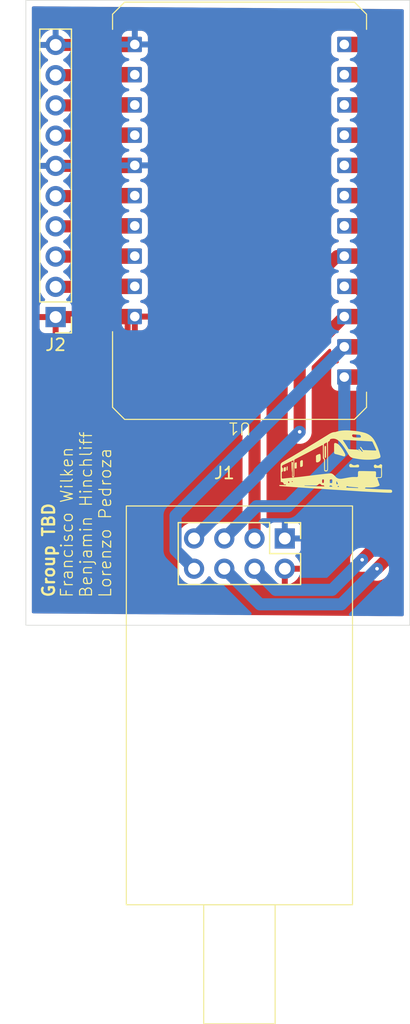
<source format=kicad_pcb>
(kicad_pcb (version 20240108) (generator "pcbnew") (generator_version "8.0")
  (layers (0 "F.Cu" signal) (31 "B.Cu" signal) (34 "B.Paste" user) (35 "F.Paste" user) (36 "B.SilkS" user "B.Silkscreen") (37 "F.SilkS" user "F.Silkscreen") (38 "B.Mask" user) (39 "F.Mask" user) (44 "Edge.Cuts" user))
  (net 0 "")
  (net 1 "Net-(J1-CE)")
  (net 2 "Net-(J1-SCK)")
  (net 3 "Net-(J1-CSN)")
  (net 4 "Net-(J1-MOSI)")
  (net 5 "Net-(J1-IRQ)")
  (net 9 "Net-(J1-MISO)")
  (net 13 "Net-(J2-Pin_8)")
  (net 14 "Net-(J2-Pin_4)")
  (net 15 "Net-(J2-Pin_9)")
  (net 16 "Net-(J2-Pin_3)")
  (net 17 "VCC")
  (net 18 "GND")
  (net 19 "Net-(J2-Pin_2)")
  (net 20 "Net-(J2-Pin_5)")
  (net 21 "Net-(J2-Pin_7)")
  (footprint "Connector_PinHeader_2.54mm:PinHeader_1x10_P2.54mm_Vertical" (layer "F.Cu") (at 107.75 80.36 180)
    (property "Reference" "J2")
    (property "Value" "Conn_01x10")
  )
  (footprint "train:E01-ML01DP5" (layer "F.Cu") (at 123.19 96.23)
    (property "Reference" "J1")
    (property "Value" "E01-ML01DP5")
  )
  (footprint "train:M5STAMP-C3C3U" (layer "F.Cu") (at 123.2 71.43 180)
    (property "Reference" "U1")
    (property "Value" "M5STAMP-C3/C3U")
  )
  (gr_poly (pts (xy 128.447889 92.38067) (xy 128.453371 92.381193) (xy 128.45892 92.382068) (xy 128.464538 92.383309) (xy 128.470226 92.384931) (xy 128.475829 92.386917) (xy 128.480996 92.389171) (xy 128.485742 92.39168) (xy 128.490087 92.394432) (xy 128.494046 92.397415) (xy 128.497637 92.400618) (xy 128.500877 92.404029) (xy 128.503784 92.407635) (xy 128.506375 92.411425) (xy 128.508667 92.415387) (xy 128.510678 92.419509) (xy 128.512424 92.423779) (xy 128.513923 92.428186) (xy 128.515193 92.432717) (xy 128.516249 92.43736) (xy 128.517111 92.442104) (xy 128.518317 92.451847) (xy 128.51895 92.46185) (xy 128.519147 92.472017) (xy 128.519046 92.482255) (xy 128.518504 92.502559) (xy 128.51834 92.512436) (xy 128.51843 92.522002) (xy 128.519644 92.591381) (xy 128.519593 92.6608) (xy 128.518581 92.730226) (xy 128.516917 92.799627) (xy 128.516317 92.814694) (xy 128.515804 92.822247) (xy 128.515086 92.829773) (xy 128.514116 92.837239) (xy 128.512848 92.844615) (xy 128.511235 92.851871) (xy 128.50923 92.858976) (xy 128.506786 92.865898) (xy 128.503857 92.872606) (xy 128.500395 92.879071) (xy 128.49845 92.882202) (xy 128.496355 92.885261) (xy 128.494102 92.888243) (xy 128.491688 92.891145) (xy 128.489106 92.893963) (xy 128.486349 92.896693) (xy 128.483413 92.899331) (xy 128.480291 92.901873) (xy 128.476977 92.904316) (xy 128.473466 92.906655) (xy 128.456567 92.917292) (xy 128.439211 92.927663) (xy 128.430371 92.932537) (xy 128.421427 92.937091) (xy 128.412383 92.941241) (xy 128.403243 92.944902) (xy 128.39401 92.94799) (xy 128.384688 92.95042) (xy 128.379995 92.951363) (xy 128.375281 92.952109) (xy 128.370547 92.952648) (xy 128.365792 92.952971) (xy 128.361018 92.953065) (xy 128.356225 92.952922) (xy 128.351414 92.952529) (xy 128.346584 92.951878) (xy 128.341736 92.950956) (xy 128.336871 92.949754) (xy 128.33199 92.948261) (xy 128.327092 92.946466) (xy 128.322236 92.944347) (xy 128.317791 92.942021) (xy 128.313741 92.939499) (xy 128.310068 92.936789) (xy 128.306755 92.933901) (xy 128.303784 92.930844) (xy 128.30114 92.927628) (xy 128.298804 92.924262) (xy 128.29676 92.920755) (xy 128.29499 92.917117) (xy 128.293478 92.913356) (xy 128.292205 92.909484) (xy 128.291156 92.905508) (xy 128.290312 92.901438) (xy 128.289657 92.897283) (xy 128.289173 92.893054) (xy 128.288652 92.884406) (xy 128.288611 92.875571) (xy 128.288913 92.866622) (xy 128.289421 92.857635) (xy 128.290507 92.839844) (xy 128.290811 92.831191) (xy 128.290772 92.822798) (xy 128.289995 92.791564) (xy 128.289554 92.760218) (xy 128.289394 92.696798) (xy 128.28996 92.564287) (xy 128.290246 92.547567) (xy 128.290254 92.531388) (xy 128.290546 92.515853) (xy 128.290975 92.50836) (xy 128.291685 92.501065) (xy 128.292749 92.493983) (xy 128.294235 92.487125) (xy 128.296214 92.480506) (xy 128.298756 92.474137) (xy 128.30026 92.47105) (xy 128.301932 92.468031) (xy 128.30378 92.465081) (xy 128.305812 92.462202) (xy 128.308038 92.459395) (xy 128.310467 92.456662) (xy 128.313106 92.454004) (xy 128.315966 92.451423) (xy 128.332824 92.436883) (xy 128.350195 92.42231) (xy 128.3591 92.415295) (xy 128.368168 92.408611) (xy 128.377409 92.402372) (xy 128.386834 92.396691) (xy 128.396455 92.391682) (xy 128.401342 92.389464) (xy 128.406283 92.387457) (xy 128.411278 92.385674) (xy 128.416329 92.38413) (xy 128.421437 92.382839) (xy 128.426604 92.381815) (xy 128.431832 92.381071) (xy 128.43712 92.380624) (xy 128.442472 92.380485)) (stroke (width -0.000001)) (fill solid) (layer "F.SilkS"))
  (gr_poly (pts (xy 129.942977 91.856782) (xy 129.947857 91.857292) (xy 129.952506 91.858127) (xy 129.956929 91.859287) (xy 129.961133 91.860775) (xy 129.965122 91.862594) (xy 129.968902 91.864747) (xy 129.97248 91.867235) (xy 129.975861 91.870061) (xy 129.979049 91.873228) (xy 129.982052 91.876738) (xy 129.984875 91.880594) (xy 129.987523 91.884797) (xy 129.990003 91.889351) (xy 129.992319 91.894257) (xy 129.994477 91.899519) (xy 129.996484 91.905138) (xy 129.998344 91.911118) (xy 130.000064 91.91746) (xy 130.003104 91.931242) (xy 130.005649 91.946504) (xy 130.011099 91.988958) (xy 130.015281 92.031569) (xy 130.018333 92.074434) (xy 130.020393 92.11765) (xy 130.021598 92.161313) (xy 130.022087 92.205518) (xy 130.021465 92.295943) (xy 130.020352 92.310647) (xy 130.018218 92.325231) (xy 130.015103 92.339665) (xy 130.011048 92.35392) (xy 130.006092 92.367968) (xy 130.000277 92.38178) (xy 129.993643 92.395327) (xy 129.986229 92.40858) (xy 129.978077 92.421511) (xy 129.969226 92.43409) (xy 129.959718 92.44629) (xy 129.949592 92.45808) (xy 129.93889 92.469433) (xy 129.92765 92.480319) (xy 129.915914 92.490709) (xy 129.903723 92.500576) (xy 129.891115 92.50989) (xy 129.878133 92.518622) (xy 129.864815 92.526744) (xy 129.851203 92.534226) (xy 129.837338 92.54104) (xy 129.823258 92.547158) (xy 129.809005 92.552549) (xy 129.794619 92.557187) (xy 129.780141 92.561041) (xy 129.765611 92.564083) (xy 129.751068 92.566284) (xy 129.736555 92.567615) (xy 129.72211 92.568048) (xy 129.707775 92.567554) (xy 129.693589 92.566104) (xy 129.679594 92.563668) (xy 129.675775 92.562781) (xy 129.672124 92.56177) (xy 129.668639 92.560641) (xy 129.665316 92.559395) (xy 129.662152 92.558035) (xy 129.659144 92.556565) (xy 129.656288 92.554987) (xy 129.653582 92.553305) (xy 129.651021 92.55152) (xy 129.648603 92.549637) (xy 129.646324 92.547657) (xy 129.644181 92.545585) (xy 129.642171 92.543422) (xy 129.640291 92.541172) (xy 129.638537 92.538837) (xy 129.636906 92.536421) (xy 129.635394 92.533927) (xy 129.633999 92.531357) (xy 129.632718 92.528714) (xy 129.631546 92.526002) (xy 129.630481 92.523222) (xy 129.629519 92.520379) (xy 129.628657 92.517474) (xy 129.627893 92.514512) (xy 129.626641 92.508424) (xy 129.625737 92.502139) (xy 129.625156 92.495679) (xy 129.624871 92.489069) (xy 129.621241 92.276868) (xy 129.618622 92.064647) (xy 129.618848 92.053728) (xy 129.619794 92.043288) (xy 129.621446 92.03332) (xy 129.623792 92.023819) (xy 129.626821 92.014776) (xy 129.630518 92.006186) (xy 129.634872 91.998041) (xy 129.639869 91.990334) (xy 129.645499 91.98306) (xy 129.651747 91.97621) (xy 129.658601 91.969778) (xy 129.666049 91.963757) (xy 129.674079 91.95814) (xy 129.682677 91.952922) (xy 129.691831 91.948093) (xy 129.701528 91.943649) (xy 129.790379 91.904928) (xy 129.812661 91.895433) (xy 129.835039 91.886204) (xy 129.857546 91.877336) (xy 129.880216 91.868927) (xy 129.894935 91.864047) (xy 129.908525 91.860373) (xy 129.914911 91.858995) (xy 129.921032 91.857925) (xy 129.926893 91.857166) (xy 129.932501 91.856721) (xy 129.93786 91.856592)) (stroke (width -0.000001)) (fill solid) (layer "F.SilkS"))
  (gr_poly (pts (xy 132.226621 89.878042) (xy 132.336232 89.881012) (xy 132.555781 89.893891) (xy 132.775664 89.913722) (xy 132.995759 89.937742) (xy 133.07728 89.948024) (xy 133.158412 89.960077) (xy 133.239199 89.973765) (xy 133.319687 89.988956) (xy 133.399919 90.005513) (xy 133.479941 90.023303) (xy 133.559795 90.042192) (xy 133.639528 90.062044) (xy 133.716266 90.083479) (xy 133.790481 90.108065) (xy 133.862178 90.135804) (xy 133.93136 90.166701) (xy 133.998029 90.200759) (xy 134.06219 90.23798) (xy 134.123845 90.278369) (xy 134.182999 90.321929) (xy 134.239653 90.368662) (xy 134.293812 90.418573) (xy 134.345479 90.471664) (xy 134.394657 90.527939) (xy 134.44135 90.587401) (xy 134.485561 90.650054) (xy 134.527293 90.7159) (xy 134.566549 90.784944) (xy 134.640605 90.928218) (xy 134.709708 91.07343) (xy 134.773988 91.220518) (xy 134.833578 91.369416) (xy 134.888608 91.520063) (xy 134.939211 91.672394) (xy 134.985519 91.826348) (xy 135.027661 91.981859) (xy 135.033389 92.006415) (xy 135.037477 92.029249) (xy 135.03988 92.050459) (xy 135.040436 92.060486) (xy 135.040552 92.070145) (xy 135.040224 92.079447) (xy 135.039446 92.088405) (xy 135.038212 92.097031) (xy 135.036515 92.105338) (xy 135.034351 92.113338) (xy 135.031714 92.121044) (xy 135.028597 92.128467) (xy 135.024995 92.13562) (xy 135.020903 92.142516) (xy 135.016313 92.149167) (xy 135.011221 92.155585) (xy 135.005621 92.161783) (xy 134.999507 92.167773) (xy 134.992873 92.173567) (xy 134.985713 92.179177) (xy 134.978022 92.184617) (xy 134.969794 92.189898) (xy 134.961022 92.195033) (xy 134.941827 92.204914) (xy 134.92039 92.214358) (xy 134.896665 92.223465) (xy 134.856431 92.237314) (xy 134.815958 92.249983) (xy 134.775262 92.261532) (xy 134.734361 92.272022) (xy 134.693269 92.281515) (xy 134.652004 92.290072) (xy 134.569017 92.304621) (xy 134.485529 92.316157) (xy 134.40167 92.325171) (xy 134.31757 92.332149) (xy 134.233357 92.337582) (xy 134.04546 92.344434) (xy 133.858202 92.343726) (xy 133.671536 92.335896) (xy 133.485414 92.321379) (xy 133.299791 92.300615) (xy 133.114619 92.274039) (xy 132.92985 92.242089) (xy 132.745438 92.205203) (xy 132.711405 92.197087) (xy 132.6789 92.187557) (xy 132.647863 92.176611) (xy 132.618236 92.164247) (xy 132.589958 92.150462) (xy 132.562971 92.135256) (xy 132.537215 92.118625) (xy 132.512631 92.100568) (xy 132.489159 92.081083) (xy 132.466741 92.060168) (xy 132.445317 92.037821) (xy 132.424828 92.014039) (xy 132.405214 91.988822) (xy 132.386417 91.962166) (xy 132.368376 91.934071) (xy 132.351033 91.904534) (xy 132.280766 91.780775) (xy 132.209155 91.657819) (xy 132.135735 91.535991) (xy 132.06004 91.415619) (xy 131.981602 91.29703) (xy 131.899956 91.18055) (xy 131.814636 91.066506) (xy 131.725174 90.955224) (xy 131.69269 90.917304) (xy 131.659297 90.8804) (xy 131.642227 90.862359) (xy 131.624891 90.84461) (xy 131.607277 90.827163) (xy 131.58937 90.810032) (xy 131.571159 90.793228) (xy 131.55263 90.776765) (xy 131.533771 90.760654) (xy 131.514568 90.744909) (xy 131.49501 90.72954) (xy 131.475082 90.714561) (xy 131.454772 90.699983) (xy 131.441775 90.691093) (xy 131.874661 90.691093) (xy 131.999255 90.876169) (xy 132.11841 91.057243) (xy 132.175984 91.14703) (xy 132.232241 91.236719) (xy 132.287197 91.32661) (xy 132.340865 91.417004) (xy 132.343027 91.420499) (xy 132.345308 91.423794) (xy 132.347702 91.426897) (xy 132.350206 91.429812) (xy 132.352816 91.432548) (xy 132.355528 91.435108) (xy 132.358336 91.437501) (xy 132.361237 91.439732) (xy 132.364226 91.441807) (xy 132.3673 91.443733) (xy 132.370454 91.445516) (xy 132.373683 91.447162) (xy 132.376984 91.448678) (xy 132.380352 91.450068) (xy 132.387273 91.452502) (xy 132.394412 91.454513) (xy 132.401734 91.456151) (xy 132.409206 91.457466) (xy 132.416793 91.458508) (xy 132.424462 91.459327) (xy 132.432178 91.459972) (xy 132.447615 91.460943) (xy 132.627732 91.470559) (xy 132.717749 91.475917) (xy 132.807674 91.482418) (xy 132.868138 91.486074) (xy 132.928903 91.488641) (xy 132.989494 91.492104) (xy 133.019575 91.494793) (xy 133.049432 91.498451) (xy 133.079007 91.503326) (xy 133.10824 91.509667) (xy 133.137071 91.517723) (xy 133.165441 91.527741) (xy 133.193289 91.53997) (xy 133.220556 91.554658) (xy 133.233953 91.563002) (xy 133.247183 91.572054) (xy 133.260237 91.581845) (xy 133.273109 91.592406) (xy 133.273861 91.593023) (xy 133.27464 91.593608) (xy 133.276274 91.594692) (xy 133.277999 91.595668) (xy 133.279806 91.596549) (xy 133.281685 91.597347) (xy 133.283624 91.598074) (xy 133.285614 91.598742) (xy 133.287644 91.599363) (xy 133.291785 91.600511) (xy 133.295963 91.601615) (xy 133.300097 91.602772) (xy 133.302122 91.603399) (xy 133.304104 91.604076) (xy 133.299759 91.598196) (xy 133.295275 91.592572) (xy 133.29066 91.587185) (xy 133.285927 91.582018) (xy 133.281084 91.577052) (xy 133.276141 91.572269) (xy 133.27111 91.567651) (xy 133.265999 91.56318) (xy 133.26082 91.558838) (xy 133.255581 91.554607) (xy 133.244968 91.546404) (xy 133.223479 91.53053) (xy 133.214925 91.524398) (xy 133.210584 91.521268) (xy 133.206319 91.518063) (xy 133.202221 91.514759) (xy 133.198377 91.511332) (xy 133.194877 91.507758) (xy 133.193284 91.505908) (xy 133.191811 91.504012) (xy 133.190469 91.502068) (xy 133.189268 91.500072) (xy 133.18822 91.498021) (xy 133.187337 91.495912) (xy 133.186628 91.493742) (xy 133.186107 91.491508) (xy 133.185782 91.489207) (xy 133.185667 91.486837) (xy 133.185772 91.484393) (xy 133.186107 91.481874) (xy 133.186685 91.479275) (xy 133.187517 91.476595) (xy 133.188613 91.473829) (xy 133.189985 91.470976) (xy 133.191643 91.468031) (xy 133.1936 91.464993) (xy 133.195545 91.462312) (xy 133.197539 91.459882) (xy 133.199579 91.457695) (xy 133.201662 91.455742) (xy 133.203787 91.454016) (xy 133.205951 91.452509) (xy 133.208151 91.451211) (xy 133.210386 91.450114) (xy 133.212653 91.449211) (xy 133.21495 91.448492) (xy 133.217273 91.447951) (xy 133.219622 91.447577) (xy 133.221993 91.447364) (xy 133.224384 91.447303) (xy 133.226793 91.447385) (xy 133.229218 91.447602) (xy 133.231655 91.447947) (xy 133.234104 91.448409) (xy 133.239023 91.449658) (xy 133.243957 91.451282) (xy 133.248887 91.453214) (xy 133.253794 91.455389) (xy 133.258659 91.457741) (xy 133.268187 91.462707) (xy 133.281993 91.470527) (xy 133.295316 91.4789) (xy 133.3082 91.487776) (xy 133.320688 91.497106) (xy 133.332822 91.506842) (xy 133.344645 91.516935) (xy 133.356199 91.527336) (xy 133.367528 91.537997) (xy 133.38968 91.5599) (xy 133.411444 91.582255) (xy 133.433161 91.60467) (xy 133.455173 91.626756) (xy 133.459574 91.631308) (xy 133.463873 91.636149) (xy 133.472378 91.646258) (xy 133.476687 91.651307) (xy 133.481103 91.656206) (xy 133.485679 91.660846) (xy 133.490466 91.665117) (xy 133.492955 91.66708) (xy 133.495517 91.66891) (xy 133.498157 91.670592) (xy 133.500883 91.672113) (xy 133.503701 91.673461) (xy 133.506617 91.674619) (xy 133.509637 91.675577) (xy 133.51277 91.676318) (xy 133.51602 91.67683) (xy 133.519395 91.677099) (xy 133.5229 91.677112) (xy 133.526543 91.676854) (xy 133.53033 91.676312) (xy 133.534267 91.675472) (xy 133.538361 91.67432) (xy 133.542619 91.672844) (xy 133.543243 91.668511) (xy 133.543647 91.664301) (xy 133.543842 91.66021) (xy 133.543837 91.656232) (xy 133.54364 91.652362) (xy 133.543261 91.648597) (xy 133.542709 91.64493) (xy 133.541993 91.641357) (xy 133.541122 91.637874) (xy 133.540105 91.634475) (xy 133.538951 91.631155) (xy 133.53767 91.627909) (xy 133.534762 91.621623) (xy 133.531453 91.615576) (xy 133.527816 91.609731) (xy 133.523924 91.604047) (xy 133.515667 91.59301) (xy 133.507267 91.582154) (xy 133.503195 91.576696) (xy 133.499306 91.571167) (xy 133.42122 91.456445) (xy 133.382306 91.398999) (xy 133.343814 91.341275) (xy 133.340879 91.336609) (xy 133.338204 91.331873) (xy 133.33583 91.327085) (xy 133.333801 91.322265) (xy 133.332161 91.317431) (xy 133.3315 91.315016) (xy 133.330952 91.312604) (xy 133.330523 91.310198) (xy 133.330218 91.307801) (xy 133.330042 91.305415) (xy 133.330001 91.303043) (xy 133.330101 91.300686) (xy 133.330347 91.298347) (xy 133.330743 91.296029) (xy 133.331296 91.293734) (xy 133.332011 91.291464) (xy 133.332893 91.289222) (xy 133.333948 91.28701) (xy 133.335181 91.284831) (xy 133.336597 91.282686) (xy 133.338203 91.280579) (xy 133.340002 91.278511) (xy 133.342002 91.276486) (xy 133.344206 91.274504) (xy 133.346621 91.27257) (xy 133.349252 91.270685) (xy 133.352105 91.268851) (xy 133.354665 91.267381) (xy 133.357183 91.266111) (xy 133.359661 91.265036) (xy 133.362098 91.26415) (xy 133.364495 91.263446) (xy 133.366851 91.262919) (xy 133.369168 91.262561) (xy 133.371444 91.262367) (xy 133.373681 91.262332) (xy 133.375879 91.262448) (xy 133.378037 91.262709) (xy 133.380156 91.26311) (xy 133.382237 91.263644) (xy 133.38428 91.264305) (xy 133.386284 91.265087) (xy 133.38825 91.265983) (xy 133.390178 91.266988) (xy 133.392069 91.268096) (xy 133.39574 91.270594) (xy 133.399262 91.273428) (xy 133.40264 91.276549) (xy 133.405874 91.279908) (xy 133.408966 91.283454) (xy 133.411918 91.28714) (xy 133.414731 91.290916) (xy 133.440658 91.326458) (xy 133.453599 91.344284) (xy 133.466348 91.362232) (xy 133.47877 91.380366) (xy 133.490731 91.398749) (xy 133.502098 91.417445) (xy 133.507516 91.42693) (xy 133.512736 91.436518) (xy 133.520216 91.449832) (xy 133.528036 91.462176) (xy 133.532083 91.467987) (xy 133.536227 91.473557) (xy 133.54047 91.478889) (xy 133.544818 91.483983) (xy 133.549274 91.488839) (xy 133.553842 91.493459) (xy 133.558526 91.497844) (xy 133.563329 91.501994) (xy 133.568255 91.505911) (xy 133.573309 91.509594) (xy 133.578494 91.513046) (xy 133.583815 91.516267) (xy 133.589274 91.519257) (xy 133.594876 91.522018) (xy 133.600624 91.524551) (xy 133.606523 91.526856) (xy 133.612577 91.528935) (xy 133.618788 91.530788) (xy 133.625162 91.532415) (xy 133.631701 91.533819) (xy 133.638411 91.535) (xy 133.645294 91.535958) (xy 133.652354 91.536695) (xy 133.659596 91.537211) (xy 133.667023 91.537507) (xy 133.67464 91.537585) (xy 133.690455 91.537088) (xy 133.707684 91.536306) (xy 133.724933 91.53591) (xy 133.759487 91.536115) (xy 133.794101 91.537381) (xy 133.828758 91.539386) (xy 133.898141 91.544322) (xy 133.932836 91.546609) (xy 133.967511 91.548346) (xy 134.605478 91.571855) (xy 134.614824 91.572057) (xy 134.623872 91.571942) (xy 134.632528 91.571444) (xy 134.640702 91.570493) (xy 134.648301 91.569023) (xy 134.651857 91.568072) (xy 134.655234 91.566966) (xy 134.658421 91.565696) (xy 134.661407 91.564254) (xy 134.66418 91.562631) (xy 134.666729 91.560819) (xy 134.669042 91.558809) (xy 134.671108 91.556594) (xy 134.672915 91.554164) (xy 134.674452 91.551511) (xy 134.675707 91.548627) (xy 134.676669 91.545503) (xy 134.677326 91.542131) (xy 134.677667 91.538502) (xy 134.677679 91.534608) (xy 134.677353 91.53044) (xy 134.676676 91.52599) (xy 134.675636 91.521249) (xy 134.674222 91.516209) (xy 134.672423 91.510862) (xy 134.670227 91.505199) (xy 134.667623 91.499212) (xy 134.377214 90.868938) (xy 134.375305 90.864959) (xy 134.37332 90.861122) (xy 134.371259 90.857424) (xy 134.369121 90.853864) (xy 134.366906 90.85044) (xy 134.364612 90.847152) (xy 134.362239 90.843997) (xy 134.359786 90.840974) (xy 134.357252 90.838082) (xy 134.354637 90.83532) (xy 134.35194 90.832685) (xy 134.349161 90.830178) (xy 134.346297 90.827795) (xy 134.343349 90.825536) (xy 134.340316 90.8234) (xy 134.337197 90.821384) (xy 134.333991 90.819488) (xy 134.330698 90.81771) (xy 134.327317 90.816049) (xy 134.323847 90.814503) (xy 134.320287 90.813071) (xy 134.316637 90.811752) (xy 134.312896 90.810543) (xy 134.309062 90.809444) (xy 134.305136 90.808454) (xy 134.301117 90.80757) (xy 134.292795 90.806117) (xy 134.28409 90.805074) (xy 134.274997 90.80443) (xy 133.73908 90.777368) (xy 133.203266 90.748304) (xy 132.318018 90.695934) (xy 132.291573 90.697247) (xy 132.265078 90.697578) (xy 132.238509 90.697089) (xy 132.211838 90.695947) (xy 132.158093 90.692359) (xy 132.103639 90.688129) (xy 132.048273 90.684572) (xy 132.020184 90.683457) (xy 131.99179 90.683003) (xy 131.963067 90.683375) (xy 131.933988 90.684738) (xy 131.904528 90.687256) (xy 131.874661 90.691093) (xy 131.441775 90.691093) (xy 131.434067 90.68582) (xy 131.4015 90.66527) (xy 131.368621 90.646861) (xy 131.335432 90.630571) (xy 131.301934 90.616375) (xy 131.268131 90.604251) (xy 131.234023 90.594175) (xy 131.199612 90.586124) (xy 131.164902 90.580074) (xy 131.129892 90.576003) (xy 131.094587 90.573888) (xy 131.058986 90.573704) (xy 131.023093 90.575428) (xy 130.986909 90.579038) (xy 130.950436 90.58451) (xy 130.913676 90.59182) (xy 130.876632 90.600946) (xy 130.86829 90.603366) (xy 130.860255 90.606067) (xy 130.852547 90.609071) (xy 130.845189 90.612404) (xy 130.8382 90.616089) (xy 130.831603 90.620149) (xy 130.825419 90.624609) (xy 130.819668 90.629493) (xy 130.816962 90.632101) (xy 130.814372 90.634824) (xy 130.811901 90.637665) (xy 130.809552 90.640627) (xy 130.807327 90.643712) (xy 130.80523 90.646924) (xy 130.803262 90.650267) (xy 130.801426 90.653741) (xy 130.799725 90.657352) (xy 130.798162 90.661101) (xy 130.796739 90.664993) (xy 130.795459 90.669028) (xy 130.794324 90.673212) (xy 130.793338 90.677546) (xy 130.792502 90.682034) (xy 130.79182 90.686679) (xy 130.790164 90.697178) (xy 130.787938 90.707279) (xy 130.785151 90.716982) (xy 130.78181 90.726287) (xy 130.777923 90.735193) (xy 130.773499 90.7437) (xy 130.768545 90.751806) (xy 130.763069 90.759513) (xy 130.75708 90.766818) (xy 130.750585 90.773722) (xy 130.743592 90.780225) (xy 130.73611 90.786325) (xy 130.728146 90.792022) (xy 130.719709 90.797317) (xy 130.710805 90.802207) (xy 130.701444 90.806694) (xy 130.695965 90.809256) (xy 130.690756 90.811922) (xy 130.68581 90.814692) (xy 130.68112 90.817567) (xy 130.676682 90.820546) (xy 130.672488 90.82363) (xy 130.668533 90.826818) (xy 130.66481 90.830111) (xy 130.661313 90.833509) (xy 130.658035 90.837012) (xy 130.654972 90.840619) (xy 130.652115 90.844332) (xy 130.64946 90.848149) (xy 130.647 90.852071) (xy 130.644728 90.856099) (xy 130.642639 90.860231) (xy 130.640727 90.864469) (xy 130.638984 90.868812) (xy 130.637406 90.873261) (xy 130.635985 90.877815) (xy 130.634716 90.882474) (xy 130.633592 90.887239) (xy 130.632607 90.89211) (xy 130.631755 90.897086) (xy 130.630425 90.907356) (xy 130.629552 90.918049) (xy 130.629086 90.929167) (xy 130.628978 90.940709) (xy 130.634159 93.135134) (xy 130.633865 93.149593) (xy 130.632956 93.163569) (xy 130.631442 93.177052) (xy 130.629336 93.190036) (xy 130.626649 93.202512) (xy 130.623393 93.214473) (xy 130.619579 93.225911) (xy 130.615219 93.236818) (xy 130.610324 93.247186) (xy 130.604907 93.257007) (xy 130.598978 93.266275) (xy 130.592549 93.274979) (xy 130.585633 93.283114) (xy 130.578239 93.290671) (xy 130.570381 93.297642) (xy 130.56207 93.30402) (xy 130.553317 93.309796) (xy 130.544133 93.314963) (xy 130.534531 93.319513) (xy 130.524522 93.323438) (xy 130.514118 93.32673) (xy 130.50333 93.329382) (xy 130.49217 93.331385) (xy 130.480649 93.332733) (xy 130.468779 93.333416) (xy 130.456572 93.333428) (xy 130.444039 93.33276) (xy 130.431191 93.331404) (xy 130.418041 93.329353) (xy 130.404601 93.326599) (xy 130.39088 93.323135) (xy 130.376892 93.318951) (xy 130.371183 93.316967) (xy 130.365808 93.314806) (xy 130.360757 93.312473) (xy 130.356019 93.309972) (xy 130.351584 93.307309) (xy 130.347441 93.304488) (xy 130.343578 93.301515) (xy 130.339986 93.298395) (xy 130.336653 93.295133) (xy 130.333569 93.291734) (xy 130.330723 93.288203) (xy 130.328104 93.284545) (xy 130.325702 93.280766) (xy 130.323506 93.276869) (xy 130.321505 93.27286) (xy 130.319688 93.268745) (xy 130.318046 93.264528) (xy 130.316566 93.260214) (xy 130.315238 93.255809) (xy 130.314052 93.251317) (xy 130.312062 93.242094) (xy 130.310509 93.232586) (xy 130.309308 93.222832) (xy 130.308373 93.212874) (xy 130.306957 93.192505) (xy 130.301976 93.09537) (xy 130.298862 92.998212) (xy 130.296486 92.803846) (xy 130.296336 92.609454) (xy 130.294918 92.415082) (xy 130.29457 92.393021) (xy 130.293724 92.371437) (xy 130.292861 92.360887) (xy 130.291572 92.35053) (xy 130.289754 92.340394) (xy 130.287306 92.330501) (xy 130.284129 92.320878) (xy 130.282234 92.316176) (xy 130.28012 92.31155) (xy 130.277772 92.307004) (xy 130.275179 92.302541) (xy 130.272327 92.298165) (xy 130.269204 92.293877) (xy 130.265798 92.289682) (xy 130.262096 92.285583) (xy 130.258085 92.281582) (xy 130.253752 92.277683) (xy 130.249086 92.273889) (xy 130.244073 92.270203) (xy 130.238701 92.266629) (xy 130.232956 92.263168) (xy 130.229334 92.260941) (xy 130.225986 92.258577) (xy 130.222903 92.256084) (xy 130.220073 92.253467) (xy 130.217487 92.250731) (xy 130.215134 92.247882) (xy 130.213003 92.244926) (xy 130.211084 92.24187) (xy 130.209367 92.238717) (xy 130.20784 92.235476) (xy 130.206493 92.23215) (xy 130.205317 92.228746) (xy 130.204299 92.225271) (xy 130.203431 92.221728) (xy 130.202098 92.214467) (xy 130.201234 92.207008) (xy 130.200755 92.199399) (xy 130.200576 92.191685) (xy 130.200615 92.183913) (xy 130.201251 92.153164) (xy 130.198537 91.227245) (xy 130.198523 91.121612) (xy 130.194347 91.120123) (xy 130.190287 91.118864) (xy 130.186338 91.117828) (xy 130.182497 91.117004) (xy 130.178759 91.116382) (xy 130.175121 91.115954) (xy 130.171579 91.11571) (xy 130.168129 91.11564) (xy 130.164768 91.115735) (xy 130.16149 91.115986) (xy 130.158292 91.116384) (xy 130.155171 91.116918) (xy 130.149141 91.118358) (xy 130.14337 91.120233) (xy 130.137826 91.122465) (xy 130.132478 91.124981) (xy 130.127295 91.127703) (xy 130.122245 91.130558) (xy 130.112419 91.13636) (xy 130.107582 91.139157) (xy 130.102752 91.141784) (xy 127.877687 92.299588) (xy 127.866598 92.305675) (xy 127.861408 92.308795) (xy 127.85645 92.311971) (xy 127.851719 92.315206) (xy 127.847213 92.318504) (xy 127.842926 92.321867) (xy 127.838856 92.3253) (xy 127.834999 92.328806) (xy 127.83135 92.332388) (xy 127.827906 92.33605) (xy 127.824663 92.339795) (xy 127.821617 92.343627) (xy 127.818764 92.347549) (xy 127.816101 92.351564) (xy 127.813624 92.355676) (xy 127.811328 92.359888) (xy 127.809211 92.364204) (xy 127.807267 92.368627) (xy 127.805495 92.373161) (xy 127.803888 92.377808) (xy 127.802445 92.382574) (xy 127.80116 92.38746) (xy 127.80003 92.39247) (xy 127.799052 92.397608) (xy 127.798221 92.402877) (xy 127.796986 92.413823) (xy 127.796295 92.425335) (xy 127.796117 92.43744) (xy 127.797613 93.030016) (xy 127.797069 93.622601) (xy 127.796861 93.637564) (xy 127.796309 93.652535) (xy 127.795452 93.66751) (xy 127.794335 93.68248) (xy 127.792998 93.697441) (xy 127.791483 93.712386) (xy 127.788087 93.742202) (xy 127.787397 93.747262) (xy 127.786557 93.75215) (xy 127.785567 93.756869) (xy 127.784428 93.761417) (xy 127.78314 93.765796) (xy 127.781704 93.770006) (xy 127.78012 93.774048) (xy 127.778388 93.777922) (xy 127.776509 93.781628) (xy 127.774483 93.785168) (xy 127.772312 93.788541) (xy 127.769994 93.791749) (xy 127.767531 93.794791) (xy 127.764923 93.797668) (xy 127.76217 93.800381) (xy 127.759274 93.80293) (xy 127.756233 93.805316) (xy 127.75305 93.807539) (xy 127.749724 93.809599) (xy 127.746255 93.811498) (xy 127.742644 93.813235) (xy 127.738892 93.814812) (xy 127.734999 93.816228) (xy 127.730965 93.817485) (xy 127.726791 93.818582) (xy 127.722477 93.819521) (xy 127.718024 93.820301) (xy 127.713432 93.820923) (xy 127.708701 93.821388) (xy 127.703833 93.821696) (xy 127.693683 93.821845) (xy 127.688105 93.821642) (xy 127.682754 93.821214) (xy 127.677627 93.820567) (xy 127.67272 93.819706) (xy 127.66803 93.818637) (xy 127.663554 93.817365) (xy 127.659287 93.815896) (xy 127.655226 93.814235) (xy 127.651368 93.812388) (xy 127.647708 93.810361) (xy 127.644244 93.808158) (xy 127.640972 93.805785) (xy 127.637889 93.803248) (xy 127.63499 93.800552) (xy 127.632272 93.797702) (xy 127.629731 93.794705) (xy 127.627365 93.791566) (xy 127.62517 93.788289) (xy 127.623141 93.784882) (xy 127.621275 93.781348) (xy 127.619569 93.777694) (xy 127.61802 93.773926) (xy 127.616623 93.770047) (xy 127.615375 93.766065) (xy 127.613313 93.757811) (xy 127.611804 93.749208) (xy 127.61082 93.740298) (xy 127.610333 93.731127) (xy 127.609967 93.684757) (xy 127.61089 93.638233) (xy 127.613883 93.545117) (xy 127.614592 93.49872) (xy 127.613868 93.452561) (xy 127.612757 93.429602) (xy 127.611032 93.406739) (xy 127.608609 93.383984) (xy 127.605403 93.36135) (xy 127.592277 93.267468) (xy 127.582688 93.173543) (xy 127.576074 93.079575) (xy 127.571876 92.985563) (xy 127.569532 92.891506) (xy 127.568482 92.797402) (xy 127.56802 92.60905) (xy 127.567699 92.596519) (xy 127.567076 92.583838) (xy 127.566568 92.570972) (xy 127.566486 92.564459) (xy 127.566587 92.557888) (xy 127.566924 92.551253) (xy 127.567549 92.544552) (xy 127.568513 92.537778) (xy 127.569868 92.530929) (xy 127.571666 92.524) (xy 127.573958 92.516986) (xy 127.576797 92.509885) (xy 127.580235 92.50269) (xy 127.583616 92.504727) (xy 127.586877 92.506969) (xy 127.590028 92.509393) (xy 127.593085 92.511973) (xy 127.598962 92.51751) (xy 127.60461 92.523392) (xy 127.61563 92.535429) (xy 127.621208 92.541204) (xy 127.626967 92.546566) (xy 127.629947 92.549031) (xy 127.633011 92.551322) (xy 127.636171 92.553415) (xy 127.639441 92.555285) (xy 127.642833 92.556909) (xy 127.646361 92.558264) (xy 127.650036 92.559325) (xy 127.653872 92.560069) (xy 127.657882 92.560472) (xy 127.662078 92.560511) (xy 127.666474 92.560161) (xy 127.671081 92.559399) (xy 127.675914 92.558202) (xy 127.680984 92.556545) (xy 127.686304 92.554406) (xy 127.691889 92.551759) (xy 127.679009 92.856546) (xy 127.671184 93.1561) (xy 127.668822 93.452064) (xy 127.67233 93.746081) (xy 127.677839 93.746427) (xy 127.683011 93.746572) (xy 127.687854 93.746521) (xy 127.69238 93.746284) (xy 127.6966 93.745866) (xy 127.700523 93.745274) (xy 127.704162 93.744517) (xy 127.707527 93.743601) (xy 127.710628 93.742534) (xy 127.713477 93.741322) (xy 127.716083 93.739973) (xy 127.718458 93.738494) (xy 127.720613 93.736893) (xy 127.722558 93.735175) (xy 127.724303 93.73335) (xy 127.72586 93.731423) (xy 127.72724 93.729403) (xy 127.728453 93.727296) (xy 127.729509 93.725109) (xy 127.730421 93.72285) (xy 127.731197 93.720526) (xy 127.73185 93.718144) (xy 127.732826 93.713235) (xy 127.733435 93.70818) (xy 127.733763 93.703038) (xy 127.733919 93.692722) (xy 127.731584 92.433591) (xy 127.731563 92.432825) (xy 127.731503 92.432057) (xy 127.731406 92.431286) (xy 127.731272 92.430508) (xy 127.7309 92.428926) (xy 127.730393 92.427295) (xy 127.729758 92.425598) (xy 127.729003 92.42382) (xy 127.728134 92.421943) (xy 127.727158 92.419951) (xy 127.722335 92.410505) (xy 127.720934 92.407692) (xy 127.719469 92.404664) (xy 127.717948 92.401406) (xy 127.716376 92.397902) (xy 127.560859 92.465123) (xy 127.483594 92.498944) (xy 127.406878 92.533703) (xy 127.130557 92.663698) (xy 126.854551 92.794378) (xy 126.844613 92.799376) (xy 126.835223 92.804761) (xy 126.826384 92.810512) (xy 126.818098 92.81661) (xy 126.810369 92.823032) (xy 126.8032 92.829758) (xy 126.796593 92.836767) (xy 126.790552 92.844038) (xy 126.785079 92.85155) (xy 126.780178 92.859283) (xy 126.775851 92.867214) (xy 126.772101 92.875324) (xy 126.768933 92.883592) (xy 126.766347 92.891996) (xy 126.764348 92.900516) (xy 126.762938 92.909131) (xy 126.762121 92.917819) (xy 126.761899 92.92656) (xy 126.762275 92.935334) (xy 126.763253 92.944118) (xy 126.764834 92.952893) (xy 126.767023 92.961636) (xy 126.769822 92.970328) (xy 126.773235 92.978948) (xy 126.777263 92.987474) (xy 126.781911 92.995885) (xy 126.78718 93.004161) (xy 126.793075 93.012281) (xy 126.799598 93.020223) (xy 126.806752 93.027968) (xy 126.814539 93.035494) (xy 126.822964 93.042779) (xy 126.827309 93.046575) (xy 126.831291 93.050543) (xy 126.834915 93.054671) (xy 126.838185 93.058946) (xy 126.841107 93.063357) (xy 126.843682 93.067892) (xy 126.845917 93.072539) (xy 126.847815 93.077285) (xy 126.84938 93.082119) (xy 126.850618 93.087028) (xy 126.85153 93.092) (xy 126.852124 93.097024) (xy 126.852401 93.102087) (xy 126.852367 93.107177) (xy 126.852026 93.112282) (xy 126.851382 93.11739) (xy 126.8495 93.13483) (xy 126.848932 93.152743) (xy 126.849282 93.170993) (xy 126.850157 93.189441) (xy 126.851903 93.226382) (xy 126.851988 93.244599) (xy 126.85102 93.262465) (xy 126.850019 93.271224) (xy 126.848608 93.279842) (xy 126.846736 93.288304) (xy 126.844355 93.296592) (xy 126.841416 93.304689) (xy 126.837869 93.312577) (xy 126.833665 93.32024) (xy 126.828755 93.32766) (xy 126.82309 93.334821) (xy 126.81662 93.341704) (xy 126.809296 93.348293) (xy 126.801069 93.35457) (xy 126.791889 93.360519) (xy 126.781708 93.366122) (xy 126.770476 93.371362) (xy 126.758143 93.376221) (xy 126.756173 93.377052) (xy 126.754384 93.378048) (xy 126.752769 93.379202) (xy 126.75132 93.380504) (xy 126.750029 93.381947) (xy 126.748888 93.383524) (xy 126.74789 93.385227) (xy 126.747026 93.387047) (xy 126.746289 93.388977) (xy 126.745672 93.391009) (xy 126.745165 93.393135) (xy 126.744762 93.395347) (xy 126.744454 93.397638) (xy 126.744234 93.399999) (xy 126.744025 93.404902) (xy 126.744073 93.409992) (xy 126.744316 93.415208) (xy 126.745132 93.425762) (xy 126.745972 93.436061) (xy 126.746245 93.440958) (xy 126.746336 93.445603) (xy 126.747182 93.640083) (xy 126.747106 93.737297) (xy 126.746417 93.785881) (xy 126.745093 93.834444) (xy 126.744955 93.847846) (xy 126.745533 93.860093) (xy 126.746097 93.865793) (xy 126.746849 93.871214) (xy 126.747792 93.876359) (xy 126.748929 93.881233) (xy 126.750263 93.885839) (xy 126.751797 93.890179) (xy 126.753534 93.894257) (xy 126.755477 93.898077) (xy 126.75763 93.901642) (xy 126.759995 93.904955) (xy 126.762575 93.908019) (xy 126.765373 93.910838) (xy 126.768393 93.913415) (xy 126.771637 93.915754) (xy 126.775108 93.917858) (xy 126.77881 93.91973) (xy 126.782746 93.921374) (xy 126.786918 93.922792) (xy 126.79133 93.923988) (xy 126.795984 93.924966) (xy 126.800885 93.925729) (xy 126.806034 93.92628) (xy 126.811435 93.926623) (xy 126.81709 93.92676) (xy 126.829179 93.926433) (xy 126.842323 93.925325) (xy 127.224017 93.884961) (xy 127.414987 93.865976) (xy 127.606053 93.848071) (xy 128.047915 93.80721) (xy 128.268602 93.784399) (xy 128.488992 93.758464) (xy 129.140008 93.676692) (xy 129.791361 93.597707) (xy 130.296605 93.540725) (xy 130.80231 93.487921) (xy 130.822204 93.486517) (xy 130.84177 93.48634) (xy 130.861008 93.48735) (xy 130.879918 93.489508) (xy 130.898497 93.492776) (xy 130.916747 93.497115) (xy 130.934667 93.502486) (xy 130.952256 93.50885) (xy 130.969514 93.516169) (xy 130.986441 93.524403) (xy 131.003035 93.533515) (xy 131.019297 93.543464) (xy 131.035226 93.554213) (xy 131.050821 93.565722) (xy 131.066082 93.577953) (xy 131.081009 93.590866) (xy 131.124165 93.629551) (xy 131.145629 93.649095) (xy 131.166832 93.668901) (xy 131.187637 93.689064) (xy 131.207904 93.709681) (xy 131.217794 93.72019) (xy 131.227497 93.730848) (xy 131.236997 93.741667) (xy 131.246276 93.75266) (xy 131.260917 93.769738) (xy 131.275829 93.785904) (xy 131.291009 93.801173) (xy 131.306451 93.815565) (xy 131.32215 93.829097) (xy 131.338101 93.841786) (xy 131.3543 93.853651) (xy 131.37074 93.864709) (xy 131.387418 93.874977) (xy 131.404328 93.884475) (xy 131.421465 93.893218) (xy 131.438824 93.901226) (xy 131.456401 93.908516) (xy 131.47419 93.915105) (xy 131.510384 93.926252) (xy 131.547368 93.934811) (xy 131.585101 93.940923) (xy 131.623543 93.94473) (xy 131.662654 93.946374) (xy 131.702395 93.945996) (xy 131.742725 93.943739) (xy 131.783605 93.939745) (xy 131.824994 93.934155) (xy 131.919645 93.918843) (xy 132.014068 93.902176) (xy 132.202632 93.86714) (xy 132.296974 93.849953) (xy 132.39149 93.833775) (xy 132.486281 93.819197) (xy 132.581448 93.80681) (xy 132.636889 93.801308) (xy 132.69237 93.797534) (xy 132.747876 93.79525) (xy 132.803395 93.79422) (xy 132.858912 93.794205) (xy 132.914414 93.79497) (xy 133.025314 93.797888) (xy 133.042453 93.797949) (xy 133.050479 93.797615) (xy 133.05815 93.797035) (xy 133.065471 93.796208) (xy 133.072446 93.795132) (xy 133.079082 93.793804) (xy 133.085382 93.792225) (xy 133.091353 93.79039) (xy 133.097 93.7883) (xy 133.102327 93.785951) (xy 133.10734 93.783342) (xy 133.112043 93.780472) (xy 133.116442 93.777339) (xy 133.120543 93.77394) (xy 133.124349 93.770274) (xy 133.127867 93.766339) (xy 133.131102 93.762134) (xy 133.134058 93.757657) (xy 133.13674 93.752905) (xy 133.139155 93.747877) (xy 133.141306 93.742572) (xy 133.143199 93.736987) (xy 133.14484 93.731121) (xy 133.146233 93.724971) (xy 133.147383 93.718537) (xy 133.148296 93.711816) (xy 133.148976 93.704807) (xy 133.149661 93.689915) (xy 133.149477 93.673849) (xy 133.148605 93.642638) (xy 133.148186 93.61141) (xy 133.14832 93.548918) (xy 133.149785 93.423897) (xy 133.150333 93.408264) (xy 133.151803 93.393643) (xy 133.152889 93.386712) (xy 133.154214 93.380033) (xy 133.155778 93.373606) (xy 133.157584 93.367432) (xy 133.159636 93.361509) (xy 133.161934 93.355838) (xy 133.164482 93.350418) (xy 133.167282 93.345249) (xy 133.170336 93.340332) (xy 133.173646 93.335664) (xy 133.177216 93.331247) (xy 133.181047 93.32708) (xy 133.185142 93.323164) (xy 133.189504 93.319496) (xy 133.194133 93.316078) (xy 133.199034 93.31291) (xy 133.204208 93.30999) (xy 133.209657 93.307319) (xy 133.215385 93.304897) (xy 133.221393 93.302723) (xy 133.227684 93.300797) (xy 133.234261 93.299119) (xy 133.241124 93.297688) (xy 133.248278 93.296505) (xy 133.255724 93.295569) (xy 133.263465 93.294879) (xy 133.271503 93.294437) (xy 133.279841 93.294241) (xy 133.599252 93.294812) (xy 133.918574 93.300184) (xy 134.557153 93.314237) (xy 134.571026 93.314899) (xy 134.577617 93.315547) (xy 134.583977 93.316406) (xy 134.590108 93.317477) (xy 134.596009 93.318762) (xy 134.601682 93.320259) (xy 134.607126 93.32197) (xy 134.612343 93.323896) (xy 134.617332 93.326036) (xy 134.622095 93.328392) (xy 134.626631 93.330963) (xy 134.630941 93.33375) (xy 134.635025 93.336754) (xy 134.638885 93.339975) (xy 134.64252 93.343414) (xy 134.64593 93.347071) (xy 134.649117 93.350947) (xy 134.652081 93.355042) (xy 134.654822 93.359356) (xy 134.65734 93.363891) (xy 134.659637 93.368646) (xy 134.661712 93.373622) (xy 134.663566 93.37882) (xy 134.6652 93.38424) (xy 134.666613 93.389883) (xy 134.667807 93.395749) (xy 134.668782 93.401838) (xy 134.669538 93.408151) (xy 134.670076 93.414689) (xy 134.670499 93.428441) (xy 134.670613 93.497852) (xy 134.670437 93.532543) (xy 134.669786 93.567213) (xy 134.668421 93.601852) (xy 134.666101 93.636453) (xy 134.662586 93.671005) (xy 134.660305 93.68826) (xy 134.657636 93.7055) (xy 134.655793 93.718823) (xy 134.654865 93.731315) (xy 134.654751 93.737245) (xy 134.654875 93.742964) (xy 134.65524 93.748469) (xy 134.655848 93.753759) (xy 134.656703 93.758833) (xy 134.657809 93.76369) (xy 134.659168 93.768328) (xy 134.660783 93.772746) (xy 134.662657 93.776943) (xy 134.664794 93.780916) (xy 134.667196 93.784666) (xy 134.669867 93.78819) (xy 134.672809 93.791488) (xy 134.676026 93.794557) (xy 134.679522 93.797397) (xy 134.683298 93.800006) (xy 134.687358 93.802383) (xy 134.691705 93.804527) (xy 134.696343 93.806435) (xy 134.701274 93.808108) (xy 134.706502 93.809543) (xy 134.712028 93.810739) (xy 134.717858 93.811695) (xy 134.723993 93.812409) (xy 134.730437 93.812881) (xy 134.737193 93.813108) (xy 134.744264 93.81309) (xy 134.751653 93.812824) (xy 134.78053 93.811664) (xy 134.809433 93.811059) (xy 134.867296 93.810943) (xy 134.925192 93.811318) (xy 134.954136 93.811328) (xy 134.983069 93.811027) (xy 134.995618 93.810478) (xy 135.007487 93.809259) (xy 135.018658 93.80734) (xy 135.023975 93.806109) (xy 135.029111 93.80469) (xy 135.034062 93.803082) (xy 135.038826 93.801279) (xy 135.043401 93.799278) (xy 135.047785 93.797075) (xy 135.051975 93.794666) (xy 135.055969 93.792048) (xy 135.059764 93.789216) (xy 135.063358 93.786167) (xy 135.066748 93.782897) (xy 135.069933 93.779402) (xy 135.072909 93.775678) (xy 135.075675 93.771721) (xy 135.078228 93.767528) (xy 135.080565 93.763095) (xy 135.082684 93.758417) (xy 135.084583 93.753491) (xy 135.08626 93.748314) (xy 135.087711 93.74288) (xy 135.088935 93.737188) (xy 135.089929 93.731231) (xy 135.090691 93.725008) (xy 135.091218 93.718513) (xy 135.091508 93.711744) (xy 135.091559 93.704696) (xy 135.090236 93.413055) (xy 135.091789 93.121413) (xy 135.091758 93.115756) (xy 135.091548 93.110351) (xy 135.091161 93.105192) (xy 135.090597 93.100275) (xy 135.089857 93.095594) (xy 135.088942 93.091144) (xy 135.087854 93.086921) (xy 135.086592 93.08292) (xy 135.085158 93.079135) (xy 135.083553 93.075561) (xy 135.081778 93.072194) (xy 135.079833 93.069029) (xy 135.077719 93.06606) (xy 135.075438 93.063283) (xy 135.07299 93.060692) (xy 135.070376 93.058283) (xy 135.067596 93.05605) (xy 135.064653 93.053989) (xy 135.061546 93.052095) (xy 135.058277 93.050362) (xy 135.054847 93.048785) (xy 135.051256 93.04736) (xy 135.047505 93.046082) (xy 135.043596 93.044946) (xy 135.039528 93.043946) (xy 135.035303 93.043077) (xy 135.026387 93.041716) (xy 135.016853 93.04082) (xy 135.006708 93.040352) (xy 134.817767 93.030757) (xy 134.770526 93.029954) (xy 134.746893 93.0303) (xy 134.723249 93.031267) (xy 134.699593 93.032947) (xy 134.675922 93.035432) (xy 134.652234 93.038815) (xy 134.628528 93.043189) (xy 134.621719 93.044439) (xy 134.6151 93.045342) (xy 134.608669 93.045907) (xy 134.602422 93.046139) (xy 134.596356 93.046047) (xy 134.590468 93.045639) (xy 134.584756 93.044922) (xy 134.579215 93.043904) (xy 134.573844 93.042592) (xy 134.568639 93.040994) (xy 134.563596 93.039117) (xy 134.558714 93.036969) (xy 134.553989 93.034558) (xy 134.549418 93.031892) (xy 134.544998 93.028977) (xy 134.540726 93.025822) (xy 134.536598 93.022434) (xy 134.532613 93.01882) (xy 134.528766 93.014989) (xy 134.525055 93.010948) (xy 134.518029 93.002265) (xy 134.51151 92.992833) (xy 134.505473 92.982713) (xy 134.499896 92.971965) (xy 134.494752 92.960649) (xy 134.490018 92.948828) (xy 134.485611 92.93596) (xy 134.482141 92.923269) (xy 134.479613 92.910772) (xy 134.478034 92.898488) (xy 134.477408 92.886434) (xy 134.477742 92.874629) (xy 134.479041 92.863091) (xy 134.481311 92.851838) (xy 134.484557 92.840888) (xy 134.488785 92.83026) (xy 134.494001 92.819971) (xy 134.500211 92.810039) (xy 134.50742 92.800483) (xy 134.515633 92.791321) (xy 134.524857 92.782571) (xy 134.535097 92.774251) (xy 134.540212 92.770567) (xy 134.545319 92.767224) (xy 134.550419 92.764216) (xy 134.555511 92.761536) (xy 134.560595 92.759178) (xy 134.565669 92.757138) (xy 134.570735 92.755408) (xy 134.57579 92.753983) (xy 134.580836 92.752857) (xy 134.58587 92.752025) (xy 134.590894 92.751479) (xy 134.595906 92.751215) (xy 134.600907 92.751225) (xy 134.605895 92.751505) (xy 134.61087 92.752049) (xy 134.615832 92.75285) (xy 134.62078 92.753903) (xy 134.625714 92.755201) (xy 134.630633 92.756739) (xy 134.635537 92.75851) (xy 134.645299 92.762731) (xy 134.654996 92.767816) (xy 134.664624 92.773717) (xy 134.674179 92.780387) (xy 134.683658 92.787778) (xy 134.693058 92.795844) (xy 134.699545 92.80127) (xy 134.706426 92.806291) (xy 134.713672 92.810909) (xy 134.721256 92.815126) (xy 134.72915 92.818946) (xy 134.737325 92.822369) (xy 134.745754 92.8254) (xy 134.754408 92.828039) (xy 134.76326 92.830289) (xy 134.772281 92.832153) (xy 134.79072 92.834731) (xy 134.809501 92.835791) (xy 134.828399 92.835351) (xy 134.84719 92.833431) (xy 134.86565 92.830048) (xy 134.883555 92.825222) (xy 134.900681 92.818971) (xy 134.908881 92.815317) (xy 134.916803 92.811314) (xy 134.924418 92.806964) (xy 134.931698 92.802269) (xy 134.938615 92.797231) (xy 134.945141 92.791854) (xy 134.951248 92.786139) (xy 134.956908 92.780089) (xy 134.964456 92.771727) (xy 134.972134 92.763834) (xy 134.979959 92.756462) (xy 134.987946 92.749663) (xy 134.996114 92.743489) (xy 135.000271 92.740653) (xy 135.004479 92.737993) (xy 135.00874 92.735515) (xy 135.013058 92.733226) (xy 135.017432 92.731132) (xy 135.021867 92.72924) (xy 135.026363 92.727557) (xy 135.030924 92.726088) (xy 135.03555 92.724841) (xy 135.040245 92.723822) (xy 135.04501 92.723037) (xy 135.049848 92.722493) (xy 135.05476 92.722197) (xy 135.059748 92.722155) (xy 135.064816 92.722373) (xy 135.069964 92.722858) (xy 135.075195 92.723617) (xy 135.080511 92.724656) (xy 135.085915 92.725981) (xy 135.091408 92.727599) (xy 135.096992 92.729517) (xy 135.102669 92.731741) (xy 135.108076 92.734104) (xy 135.113321 92.73663) (xy 135.1184 92.739314) (xy 135.123311 92.742152) (xy 135.128052 92.745139) (xy 135.132621 92.74827) (xy 135.137013 92.751542) (xy 135.141228 92.754949) (xy 135.145261 92.758487) (xy 135.149112 92.762151) (xy 135.152777 92.765938) (xy 135.156253 92.769841) (xy 135.159539 92.773858) (xy 135.162631 92.777983) (xy 135.165527 92.782212) (xy 135.168224 92.786541) (xy 135.17072 92.790964) (xy 135.173013 92.795478) (xy 135.175099 92.800077) (xy 135.176976 92.804757) (xy 135.178642 92.809515) (xy 135.180093 92.814344) (xy 135.181328 92.819241) (xy 135.182344 92.824201) (xy 135.183138 92.82922) (xy 135.183708 92.834293) (xy 135.184051 92.839416) (xy 135.184165 92.844583) (xy 135.184046 92.849792) (xy 135.183693 92.855036) (xy 135.183103 92.860311) (xy 135.182273 92.865614) (xy 135.174589 92.915134) (xy 135.169075 92.964671) (xy 135.16546 93.014223) (xy 135.163477 93.063787) (xy 135.162856 93.113359) (xy 135.163328 93.162937) (xy 135.166478 93.2621) (xy 135.174069 93.460366) (xy 135.174208 93.559422) (xy 135.172423 93.608921) (xy 135.169043 93.658397) (xy 135.165619 93.704524) (xy 135.164673 93.716042) (xy 135.163566 93.727535) (xy 135.162236 93.738994) (xy 135.160619 93.750407) (xy 135.157724 93.765923) (xy 135.154024 93.780527) (xy 135.151867 93.787482) (xy 135.149504 93.794204) (xy 135.146933 93.800689) (xy 135.144153 93.806937) (xy 135.141161 93.812946) (xy 135.137957 93.818713) (xy 135.134537 93.824236) (xy 135.130902 93.829515) (xy 135.127049 93.834546) (xy 135.122976 93.839329) (xy 135.118683 93.84386) (xy 135.114166 93.848139) (xy 135.109426 93.852163) (xy 135.104459 93.85593) (xy 135.099265 93.859439) (xy 135.093841 93.862688) (xy 135.088187 93.865675) (xy 135.0823 93.868397) (xy 135.076179 93.870853) (xy 135.069822 93.873041) (xy 135.063228 93.874959) (xy 135.056395 93.876606) (xy 135.049321 93.877979) (xy 135.042005 93.879076) (xy 135.034444 93.879896) (xy 135.026639 93.880437) (xy 135.018585 93.880696) (xy 135.010284 93.880673) (xy 134.973261 93.880352) (xy 134.936227 93.88063) (xy 134.862149 93.881671) (xy 134.850231 93.882123) (xy 134.844651 93.8826) (xy 134.839325 93.883247) (xy 134.834254 93.884066) (xy 134.829438 93.885057) (xy 134.824878 93.886223) (xy 134.820576 93.887564) (xy 134.816531 93.889082) (xy 134.812744 93.890779) (xy 134.809216 93.892656) (xy 134.805948 93.894715) (xy 134.80294 93.896956) (xy 134.800194 93.899382) (xy 134.797709 93.901994) (xy 134.795488 93.904793) (xy 134.793529 93.907782) (xy 134.791835 93.91096) (xy 134.790405 93.91433) (xy 134.789241 93.917894) (xy 134.788343 93.921653) (xy 134.787712 93.925607) (xy 134.787348 93.929759) (xy 134.787253 93.934111) (xy 134.787427 93.938663) (xy 134.787871 93.943417) (xy 134.788586 93.948375) (xy 134.789571 93.953538) (xy 134.790829 93.958907) (xy 134.79236 93.964485) (xy 134.794163 93.970271) (xy 134.796241 93.976269) (xy 134.944919 94.394544) (xy 134.951985 94.414754) (xy 134.957718 94.432555) (xy 134.962055 94.448178) (xy 134.963681 94.455245) (xy 134.964934 94.461853) (xy 134.965808 94.468032) (xy 134.966294 94.473811) (xy 134.966385 94.479217) (xy 134.966073 94.484281) (xy 134.965349 94.48903) (xy 134.964208 94.493493) (xy 134.96264 94.4977) (xy 134.960638 94.501679) (xy 134.958194 94.505459) (xy 134.955301 94.509069) (xy 134.951951 94.512537) (xy 134.948136 94.515893) (xy 134.943848 94.519164) (xy 134.939079 94.52238) (xy 134.933823 94.52557) (xy 134.928071 94.528762) (xy 134.915047 94.535269) (xy 134.899948 94.542131) (xy 134.863272 94.557842) (xy 134.802926 94.581717) (xy 134.74226 94.602282) (xy 134.681293 94.619773) (xy 134.620048 94.634423) (xy 134.558544 94.646469) (xy 134.496803 94.656145) (xy 134.434846 94.663686) (xy 134.372694 94.669326) (xy 134.310367 94.673301) (xy 134.247886 94.675845) (xy 134.122549 94.67758) (xy 133.87095 94.674217) (xy 133.850007 94.674042) (xy 133.839652 94.674268) (xy 133.829438 94.674866) (xy 133.819412 94.675958) (xy 133.809621 94.677667) (xy 133.800111 94.680114) (xy 133.795476 94.681653) (xy 133.790929 94.683422) (xy 133.786476 94.685438) (xy 133.782123 94.687714) (xy 133.777876 94.690268) (xy 133.77374 94.693112) (xy 133.769721 94.696264) (xy 133.765826 94.699738) (xy 133.762059 94.70355) (xy 133.758428 94.707715) (xy 133.754937 94.712248) (xy 133.751593 94.717164) (xy 133.748402 94.722479) (xy 133.745369 94.728209) (xy 133.7425 94.734367) (xy 133.739802 94.740971) (xy 133.73728 94.748034) (xy 133.734939 94.755572) (xy 133.829015 94.766348) (xy 133.874475 94.771086) (xy 133.89703 94.77296) (xy 133.91955 94.774376) (xy 134.862135 94.823247) (xy 135.33364 94.842737) (xy 135.805488 94.854225) (xy 135.833294 94.854706) (xy 135.861049 94.855957) (xy 135.874837 94.857129) (xy 135.888526 94.858802) (xy 135.902088 94.861079) (xy 135.915495 94.864064) (xy 135.928717 94.867858) (xy 135.941728 94.872566) (xy 135.954497 94.87829) (xy 135.966997 94.885133) (xy 135.973137 94.889006) (xy 135.979199 94.893198) (xy 135.985179 94.897721) (xy 135.991074 94.902588) (xy 135.99688 94.907812) (xy 136.002594 94.913405) (xy 136.008212 94.919382) (xy 136.01373 94.925754) (xy 136.015429 94.941284) (xy 136.016705 94.956578) (xy 136.01762 94.971777) (xy 136.018233 94.987024) (xy 136.018605 95.002462) (xy 136.018796 95.018232) (xy 136.018876 95.051339) (xy 136.015401 95.056502) (xy 136.011859 95.061428) (xy 136.008248 95.066124) (xy 136.00457 95.070593) (xy 136.000823 95.07484) (xy 135.997009 95.07887) (xy 135.993125 95.082687) (xy 135.989174 95.086296) (xy 135.985154 95.089701) (xy 135.981065 95.092908) (xy 135.976907 95.09592) (xy 135.972681 95.098743) (xy 135.968385 95.101381) (xy 135.96402 95.103838) (xy 135.959586 95.106119) (xy 135.955082 95.108229) (xy 135.950509 95.110172) (xy 135.945866 95.111953) (xy 135.93637 95.115047) (xy 135.926594 95.117547) (xy 135.916537 95.119491) (xy 135.906197 95.120915) (xy 135.895574 95.121856) (xy 135.884667 95.122351) (xy 135.873474 95.122436) (xy 135.716193 95.119879) (xy 135.558998 95.115426) (xy 135.244802 95.102259) (xy 134.616726 95.068868) (xy 134.034646 95.039955) (xy 133.452693 95.00889) (xy 132.096093 94.921482) (xy 131.071173 94.860891) (xy 129.705352 94.772085) (xy 128.309245 94.679776) (xy 132.162249 94.679776) (xy 133.156546 94.724329) (xy 133.160885 94.675576) (xy 132.390961 94.613179) (xy 132.382096 94.610643) (xy 132.373174 94.608237) (xy 132.355308 94.603475) (xy 132.346439 94.600946) (xy 132.337663 94.598205) (xy 132.329016 94.595166) (xy 132.324753 94.593508) (xy 132.320537 94.591743) (xy 132.302277 94.583978) (xy 132.285938 94.57751) (xy 132.271347 94.572438) (xy 132.264653 94.570457) (xy 132.258332 94.568864) (xy 132.252361 94.567671) (xy 132.246719 94.56689) (xy 132.241385 94.566535) (xy 132.236337 94.566618) (xy 132.231554 94.567151) (xy 132.227013 94.568148) (xy 132.222694 94.56962) (xy 132.218575 94.571582) (xy 132.214634 94.574044) (xy 132.210849 94.577021) (xy 132.2072 94.580525) (xy 132.203664 94.584568) (xy 132.200221 94.589163) (xy 132.196848 94.594323) (xy 132.193523 94.60006) (xy 132.190227 94.606388) (xy 132.186936 94.613318) (xy 132.183629 94.620864) (xy 132.176882 94.637854) (xy 132.169813 94.657457) (xy 132.162249 94.679776) (xy 128.309245 94.679776) (xy 128.238068 94.67507) (xy 126.642008 94.561886) (xy 126.636287 94.561398) (xy 126.630566 94.560763) (xy 126.619073 94.559104) (xy 126.607434 94.556998) (xy 126.595552 94.554536) (xy 126.570678 94.548907) (xy 126.557494 94.545921) (xy 126.543684 94.542941) (xy 126.542368 94.538869) (xy 126.541217 94.534831) (xy 126.540219 94.530814) (xy 126.539363 94.526805) (xy 126.538639 94.522789) (xy 126.538149 94.519514) (xy 128.6441 94.519514) (xy 128.656737 94.52415) (xy 128.669353 94.527989) (xy 128.681977 94.531108) (xy 128.694633 94.533585) (xy 128.707348 94.535495) (xy 128.720147 94.536917) (xy 128.733057 94.537927) (xy 128.746104 94.538601) (xy 128.772712 94.539252) (xy 128.800179 94.539485) (xy 128.828712 94.539915) (xy 128.858521 94.541159) (xy 129.223171 94.558799) (xy 129.588704 94.570776) (xy 129.955895 94.578869) (xy 130.325517 94.584854) (xy 130.324972 94.583068) (xy 130.740704 94.583068) (xy 130.745566 94.586587) (xy 130.750481 94.589783) (xy 130.75545 94.592669) (xy 130.760472 94.59526) (xy 130.765549 94.597573) (xy 130.770681 94.599621) (xy 130.775867 94.601419) (xy 130.781109 94.602984) (xy 130.79176 94.605469) (xy 130.802638 94.607195) (xy 130.813743 94.608283) (xy 130.825081 94.608852) (xy 130.836653 94.609021) (xy 130.848462 94.608911) (xy 130.872805 94.608329) (xy 130.898134 94.608064) (xy 130.911175 94.608349) (xy 130.924471 94.609072) (xy 130.926778 94.608628) (xy 130.929127 94.608306) (xy 130.933934 94.607971) (xy 130.938853 94.607955) (xy 130.943846 94.608145) (xy 130.9539 94.608694) (xy 130.958883 94.608828) (xy 130.963786 94.608719) (xy 130.968569 94.608254) (xy 130.970905 94.607852) (xy 130.973196 94.60732) (xy 130.975438 94.606643) (xy 130.977626 94.605806) (xy 130.979755 94.604796) (xy 130.981821 94.603599) (xy 130.983819 94.602201) (xy 130.985743 94.600587) (xy 130.98759 94.598743) (xy 130.989353 94.596657) (xy 130.989376 94.596624) (xy 131.438606 94.596624) (xy 131.438621 94.599277) (xy 131.438873 94.602057) (xy 131.439374 94.604971) (xy 131.440137 94.608027) (xy 131.441175 94.611231) (xy 131.442501 94.614589) (xy 131.444128 94.618108) (xy 131.446068 94.621796) (xy 131.459902 94.624396) (xy 131.473849 94.626626) (xy 131.480874 94.62749) (xy 131.487937 94.628125) (xy 131.495042 94.628486) (xy 131.502192 94.628529) (xy 131.509391 94.628208) (xy 131.516642 94.627476) (xy 131.523948 94.626291) (xy 131.531313 94.624604) (xy 131.538739 94.622373) (xy 131.546231 94.61955) (xy 131.553791 94.616092) (xy 131.561424 94.611952) (xy 131.535425 94.562318) (xy 131.533442 94.559821) (xy 131.531308 94.557501) (xy 131.529007 94.555377) (xy 131.52652 94.553467) (xy 131.523829 94.551789) (xy 131.520915 94.55036) (xy 131.517762 94.549198) (xy 131.514351 94.548321) (xy 131.510663 94.547747) (xy 131.506682 94.547494) (xy 131.502389 94.54758) (xy 131.497766 94.548021) (xy 131.492794 94.548837) (xy 131.487457 94.550045) (xy 131.481736 94.551662) (xy 131.475614 94.553708) (xy 131.471963 94.556902) (xy 131.468071 94.559985) (xy 131.459978 94.566036) (xy 131.455983 94.569112) (xy 131.45216 94.572294) (xy 131.448612 94.575635) (xy 131.446973 94.577382) (xy 131.445442 94.57919) (xy 131.444031 94.581064) (xy 131.442753 94.583012) (xy 131.441622 94.58504) (xy 131.440649 94.587156) (xy 131.439848 94.589365) (xy 131.439232 94.591675) (xy 131.438813 94.594093) (xy 131.438606 94.596624) (xy 130.989376 94.596624) (xy 130.991029 94.594312) (xy 130.992613 94.591696) (xy 130.994099 94.588794) (xy 130.995484 94.585593) (xy 130.987578 94.575876) (xy 130.979482 94.566777) (xy 130.971213 94.558295) (xy 130.962792 94.550432) (xy 130.954235 94.543188) (xy 130.945563 94.536562) (xy 130.936794 94.530557) (xy 130.927946 94.525171) (xy 130.919038 94.520406) (xy 130.91009 94.516261) (xy 130.901119 94.512738) (xy 130.892144 94.509837) (xy 130.883185 94.507558) (xy 130.874259 94.505902) (xy 130.865386 94.504869) (xy 130.856584 94.50446) (xy 130.847872 94.504674) (xy 130.839269 94.505513) (xy 130.830793 94.506977) (xy 130.822463 94.509066) (xy 130.814297 94.511781) (xy 130.806316 94.515121) (xy 130.798536 94.519089) (xy 130.790977 94.523684) (xy 130.783658 94.528906) (xy 130.776597 94.534756) (xy 130.769813 94.541235) (xy 130.763325 94.548342) (xy 130.757151 94.556078) (xy 130.751311 94.564445) (xy 130.745822 94.573441) (xy 130.740704 94.583068) (xy 130.324972 94.583068) (xy 130.32296 94.576468) (xy 130.320243 94.568573) (xy 130.317371 94.561156) (xy 130.314348 94.554202) (xy 130.311179 94.547698) (xy 130.307868 94.541631) (xy 130.304421 94.535986) (xy 130.300841 94.530749) (xy 130.297133 94.525908) (xy 130.293302 94.521449) (xy 130.289352 94.517357) (xy 130.285288 94.513619) (xy 130.281115 94.510222) (xy 130.276836 94.507151) (xy 130.272457 94.504393) (xy 130.267982 94.501934) (xy 130.263416 94.499761) (xy 130.258763 94.49786) (xy 130.254028 94.496217) (xy 130.249216 94.494818) (xy 130.24433 94.49365) (xy 130.239376 94.492699) (xy 130.229281 94.491393) (xy 130.218966 94.490791) (xy 130.20847 94.490783) (xy 130.197827 94.491259) (xy 130.187075 94.49211) (xy 130.175304 94.492957) (xy 130.163922 94.493256) (xy 130.152917 94.49298) (xy 130.142278 94.492097) (xy 130.131994 94.490579) (xy 130.122053 94.488396) (xy 130.112444 94.48552) (xy 130.103156 94.481919) (xy 130.094178 94.477566) (xy 130.085498 94.47243) (xy 130.077105 94.466483) (xy 130.068988 94.459694) (xy 130.061135 94.452035) (xy 130.053535 94.443476) (xy 130.046178 94.433988) (xy 130.03905 94.42354) (xy 130.034978 94.417705) (xy 130.030491 94.412223) (xy 130.025615 94.407096) (xy 130.020375 94.402324) (xy 130.014798 94.397908) (xy 130.008909 94.393849) (xy 130.002733 94.390147) (xy 129.996296 94.386804) (xy 129.989624 94.383819) (xy 129.982744 94.381194) (xy 129.975679 94.37893) (xy 129.968456 94.377027) (xy 129.961101 94.375486) (xy 129.95364 94.374308) (xy 129.946097 94.373494) (xy 129.938499 94.373044) (xy 129.930872 94.37296) (xy 129.923241 94.373241) (xy 129.915631 94.373889) (xy 129.908069 94.374904) (xy 129.900581 94.376288) (xy 129.893191 94.37804) (xy 129.885925 94.380163) (xy 129.87881 94.382656) (xy 129.871871 94.38552) (xy 129.865133 94.388757) (xy 129.858623 94.392366) (xy 129.852365 94.396349) (xy 129.846386 94.400706) (xy 129.840711 94.405439) (xy 129.835367 94.410547) (xy 129.830378 94.416032) (xy 129.818571 94.429183) (xy 129.806429 94.441161) (xy 129.79395 94.452011) (xy 129.781132 94.461774) (xy 129.767974 94.470494) (xy 129.754476 94.478211) (xy 129.740634 94.48497) (xy 129.72645 94.490812) (xy 129.711919 94.49578) (xy 129.697043 94.499917) (xy 129.681819 94.503265) (xy 129.666245 94.505866) (xy 129.650321 94.507763) (xy 129.634045 94.508999) (xy 129.617416 94.509615) (xy 129.600433 94.509655) (xy 129.169958 94.505519) (xy 128.739462 94.503528) (xy 128.733779 94.503419) (xy 128.728029 94.503175) (xy 128.716354 94.502524) (xy 128.704489 94.502059) (xy 128.698501 94.502048) (xy 128.692484 94.502265) (xy 128.686446 94.502772) (xy 128.680392 94.503629) (xy 128.674328 94.504896) (xy 128.668262 94.506635) (xy 128.665231 94.5077) (xy 128.6622 94.508905) (xy 128.659173 94.510259) (xy 128.656148 94.511768) (xy 128.653128 94.513441) (xy 128.650113 94.515284) (xy 128.647103 94.517306) (xy 128.6441 94.519514) (xy 126.538149 94.519514) (xy 126.538035 94.518752) (xy 126.53754 94.51468) (xy 126.537144 94.51056) (xy 126.536604 94.502118) (xy 126.536327 94.493316) (xy 126.536225 94.484042) (xy 126.53621 94.474184) (xy 126.605984 94.469392) (xy 126.675909 94.467282) (xy 126.746107 94.467284) (xy 126.8167 94.46883) (xy 126.959568 94.474283) (xy 127.032087 94.477054) (xy 127.105494 94.479097) (xy 127.103241 94.472948) (xy 127.100903 94.467235) (xy 127.098485 94.461944) (xy 127.09599 94.457059) (xy 127.093421 94.452566) (xy 127.090781 94.448448) (xy 127.088075 94.444691) (xy 127.085305 94.44128) (xy 127.082475 94.4382) (xy 127.079588 94.435436) (xy 127.076648 94.432972) (xy 127.073657 94.430793) (xy 127.070621 94.428884) (xy 127.067541 94.427231) (xy 127.064421 94.425818) (xy 127.061266 94.42463) (xy 127.058077 94.423651) (xy 127.054859 94.422867) (xy 127.051615 94.422263) (xy 127.048348 94.421824) (xy 127.041761 94.421377) (xy 127.035124 94.421407) (xy 127.028465 94.421793) (xy 127.021811 94.422414) (xy 127.008627 94.423877) (xy 126.996704 94.424881) (xy 126.985408 94.42529) (xy 126.97475 94.425049) (xy 126.964738 94.424103) (xy 126.959978 94.423348) (xy 126.955382 94.422395) (xy 126.950953 94.421238) (xy 126.946691 94.41987) (xy 126.942598 94.418284) (xy 126.938675 94.416473) (xy 126.934923 94.41443) (xy 126.931343 94.412148) (xy 126.927936 94.40962) (xy 126.924704 94.406839) (xy 126.921648 94.403798) (xy 126.918769 94.40049) (xy 126.916068 94.396909) (xy 126.913545 94.393047) (xy 126.911204 94.388898) (xy 126.909044 94.384453) (xy 126.907067 94.379708) (xy 126.905273 94.374654) (xy 126.903665 94.369284) (xy 126.902243 94.363592) (xy 126.901009 94.357571) (xy 126.899963 94.351213) (xy 126.899108 94.344512) (xy 126.898443 94.337461) (xy 126.897579 94.330842) (xy 126.896054 94.32428) (xy 126.893895 94.317787) (xy 126.891131 94.311375) (xy 126.887793 94.30506) (xy 126.883907 94.298852) (xy 126.879503 94.292766) (xy 126.87461 94.286814) (xy 126.869257 94.28101) (xy 126.863472 94.275366) (xy 126.857285 94.269895) (xy 126.850724 94.264611) (xy 126.843818 94.259526) (xy 126.836596 94.254654) (xy 126.829086 94.250007) (xy 126.821318 94.245599) (xy 126.813321 94.241442) (xy 126.805122 94.23755) (xy 126.800974 94.235759) (xy 127.284203 94.235759) (xy 127.284208 94.242693) (xy 127.284409 94.249502) (xy 127.284896 94.25612) (xy 127.285763 94.262484) (xy 127.2871 94.268531) (xy 127.287974 94.271415) (xy 127.289001 94.274197) (xy 127.290191 94.276867) (xy 127.291557 94.279418) (xy 127.293109 94.281842) (xy 127.294859 94.284132) (xy 127.29682 94.286278) (xy 127.299001 94.288273) (xy 127.301415 94.29011) (xy 127.304074 94.291779) (xy 127.306988 94.293274) (xy 127.310169 94.294587) (xy 127.31363 94.295708) (xy 127.31738 94.296632) (xy 127.321432 94.297348) (xy 127.325797 94.29785) (xy 127.330487 94.29813) (xy 127.335514 94.298179) (xy 127.339927 94.297992) (xy 127.344192 94.297544) (xy 127.348293 94.296831) (xy 127.352211 94.295848) (xy 127.355931 94.294588) (xy 127.35771 94.293853) (xy 127.359433 94.293048) (xy 127.361097 94.29217) (xy 127.3627 94.291221) (xy 127.364241 94.290198) (xy 127.365717 94.289102) (xy 127.367125 94.287932) (xy 127.368464 94.286686) (xy 127.369731 94.285366) (xy 127.370924 94.283969) (xy 127.372042 94.282495) (xy 127.373081 94.280943) (xy 127.37404 94.279314) (xy 127.374917 94.277605) (xy 127.375709 94.275818) (xy 127.376414 94.27395) (xy 127.37703 94.272001) (xy 127.377555 94.26997) (xy 127.377987 94.267858) (xy 127.378323 94.265663) (xy 127.378562 94.263384) (xy 127.3787 94.261022) (xy 127.378831 94.253891) (xy 127.378682 94.246825) (xy 127.37823 94.239847) (xy 127.377451 94.232982) (xy 127.37632 94.226254) (xy 127.374814 94.219687) (xy 127.372909 94.213304) (xy 127.370581 94.207132) (xy 127.367805 94.201193) (xy 127.364558 94.195511) (xy 127.361712 94.191406) (xy 127.580369 94.191406) (xy 127.580507 94.195266) (xy 127.669822 94.20949) (xy 127.671086 94.20639) (xy 127.672185 94.203388) (xy 127.67312 94.200482) (xy 127.673893 94.19767) (xy 127.674503 94.19495) (xy 127.674951 94.192318) (xy 127.675239 94.189772) (xy 127.675367 94.18731) (xy 127.675336 94.184928) (xy 127.675147 94.182625) (xy 127.6748 94.180398) (xy 127.674297 94.178244) (xy 127.673637 94.17616) (xy 127.672823 94.174145) (xy 127.671855 94.172195) (xy 127.670733 94.170308) (xy 127.669458 94.168482) (xy 127.668032 94.166713) (xy 127.666454 94.165) (xy 127.664727 94.163339) (xy 127.662849 94.161728) (xy 127.660824 94.160165) (xy 127.65865 94.158646) (xy 127.656329 94.15717) (xy 127.653863 94.155734) (xy 127.65125 94.154335) (xy 127.648994 94.15326) (xy 130.135973 94.15326) (xy 130.136177 94.183207) (xy 130.136561 94.198166) (xy 130.137211 94.21311) (xy 130.137839 94.221812) (xy 130.138804 94.230207) (xy 130.14015 94.23826) (xy 130.141923 94.245938) (xy 130.144168 94.253205) (xy 130.145483 94.256674) (xy 130.146932 94.260027) (xy 130.148523 94.263261) (xy 130.15026 94.26637) (xy 130.152149 94.269351) (xy 130.154197 94.272198) (xy 130.156408 94.274909) (xy 130.158788 94.277478) (xy 130.161344 94.279901) (xy 130.16408 94.282175) (xy 130.167003 94.284293) (xy 130.170118 94.286253) (xy 130.173431 94.28805) (xy 130.176947 94.289679) (xy 130.180672 94.291137) (xy 130.184612 94.292419) (xy 130.188773 94.29352) (xy 130.19316 94.294436) (xy 130.197779 94.295164) (xy 130.202636 94.295698) (xy 130.207736 94.296034) (xy 130.213085 94.296169) (xy 130.218095 94.296097) (xy 130.22287 94.295826) (xy 130.227416 94.29536) (xy 130.23174 94.294703) (xy 130.235846 94.293862) (xy 130.23974 94.292842) (xy 130.243428 94.291646) (xy 130.246916 94.29028) (xy 130.25021 94.28875) (xy 130.253314 94.28706) (xy 130.253638 94.286856) (xy 130.78291 94.286856) (xy 130.816584 94.294424) (xy 130.846459 94.30048) (xy 130.872762 94.304865) (xy 130.895717 94.307416) (xy 130.906009 94.307953) (xy 130.915549 94.307971) (xy 130.924364 94.307451) (xy 130.932483 94.306371) (xy 130.939934 94.304712) (xy 130.946744 94.302453) (xy 130.952943 94.299575) (xy 130.958558 94.296056) (xy 130.95971 94.295106) (xy 131.333812 94.295106) (xy 131.334045 94.315188) (xy 131.334576 94.332855) (xy 131.335553 94.348231) (xy 131.337128 94.361438) (xy 131.338186 94.367268) (xy 131.33945 94.372603) (xy 131.340938 94.377457) (xy 131.342668 94.381848) (xy 131.344661 94.385789) (xy 131.346934 94.389297) (xy 131.349506 94.392388) (xy 131.352396 94.395076) (xy 131.355623 94.397377) (xy 131.359205 94.399307) (xy 131.363161 94.400882) (xy 131.367511 94.402116) (xy 131.372271 94.403025) (xy 131.377462 94.403625) (xy 131.383103 94.403932) (xy 131.389211 94.40396) (xy 131.402905 94.403244) (xy 131.418695 94.401601) (xy 131.436732 94.399156) (xy 131.457164 94.396032) (xy 131.45838 94.393982) (xy 131.459436 94.391945) (xy 131.460338 94.389921) (xy 131.461091 94.387905) (xy 131.461701 94.385894) (xy 131.462174 94.383887) (xy 131.462515 94.381879) (xy 131.46273 94.379869) (xy 131.462825 94.377854) (xy 131.462804 94.37583) (xy 131.462675 94.373794) (xy 131.462442 94.371745) (xy 131.462111 94.369678) (xy 131.461688 94.367592) (xy 131.460589 94.363349) (xy 131.459188 94.358993) (xy 131.457531 94.354502) (xy 131.455664 94.349852) (xy 131.453632 94.345021) (xy 131.449252 94.334725) (xy 131.446995 94.329214) (xy 131.444753 94.323432) (xy 131.425359 94.280145) (xy 131.415426 94.25855) (xy 131.404965 94.237158) (xy 131.399451 94.226579) (xy 131.393701 94.216099) (xy 131.387681 94.205733) (xy 131.381357 94.1955) (xy 131.374692 94.185413) (xy 131.367654 94.17549) (xy 131.360207 94.165746) (xy 131.352317 94.156198) (xy 131.350814 94.157994) (xy 131.349355 94.159667) (xy 131.346593 94.162679) (xy 131.341897 94.167606) (xy 131.340937 94.16866) (xy 131.340076 94.16966) (xy 131.339322 94.170615) (xy 131.338682 94.171534) (xy 131.338163 94.172426) (xy 131.337771 94.173298) (xy 131.337625 94.17373) (xy 131.337514 94.174161) (xy 131.337439 94.174591) (xy 131.337399 94.175021) (xy 131.335995 94.20503) (xy 131.334793 94.235052) (xy 131.333997 94.265081) (xy 131.333815 94.280094) (xy 131.333812 94.295106) (xy 130.95971 94.295106) (xy 130.963618 94.291878) (xy 130.96815 94.28702) (xy 130.972182 94.281461) (xy 130.975744 94.275182) (xy 130.978862 94.268162) (xy 130.981565 94.260381) (xy 130.983882 94.25182) (xy 130.985839 94.242457) (xy 130.988791 94.221248) (xy 130.990646 94.196592) (xy 130.991628 94.168329) (xy 130.991964 94.136297) (xy 130.991878 94.113051) (xy 130.991423 94.088385) (xy 130.990482 94.06088) (xy 130.988937 94.029115) (xy 130.984815 94.023185) (xy 130.980601 94.017836) (xy 130.976299 94.013045) (xy 130.971913 94.008785) (xy 130.967447 94.005033) (xy 130.962905 94.001763) (xy 130.958291 93.998951) (xy 130.953609 93.996572) (xy 130.948863 93.994601) (xy 130.944057 93.993014) (xy 130.939195 93.991785) (xy 130.934282 93.99089) (xy 130.929321 93.990305) (xy 130.924316 93.990004) (xy 130.919272 93.989963) (xy 130.914192 93.990156) (xy 130.903941 93.991149) (xy 130.893597 93.992785) (xy 130.883191 93.994864) (xy 130.872756 93.997191) (xy 130.851927 94.001789) (xy 130.841598 94.003666) (xy 130.83137 94.004996) (xy 130.828408 94.005341) (xy 130.825538 94.005787) (xy 130.822762 94.006335) (xy 130.820078 94.006982) (xy 130.817486 94.007729) (xy 130.814988 94.008573) (xy 130.812583 94.009513) (xy 130.81027 94.01055) (xy 130.808051 94.011681) (xy 130.805925 94.012905) (xy 130.803893 94.014222) (xy 130.801954 94.01563) (xy 130.800108 94.017129) (xy 130.798356 94.018717) (xy 130.796698 94.020393) (xy 130.795134 94.022157) (xy 130.793663 94.024006) (xy 130.792287 94.025941) (xy 130.791004 94.02796) (xy 130.789816 94.030061) (xy 130.788722 94.032245) (xy 130.787723 94.034509) (xy 130.786817 94.036853) (xy 130.786007 94.039276) (xy 130.785291 94.041776) (xy 130.78467 94.044353) (xy 130.784143 94.047006) (xy 130.783712 94.049733) (xy 130.783375 94.052534) (xy 130.783134 94.055407) (xy 130.782987 94.058351) (xy 130.782936 94.061366) (xy 130.78291 94.286856) (xy 130.253638 94.286856) (xy 130.256235 94.285216) (xy 130.258978 94.283222) (xy 130.261549 94.281083) (xy 130.263954 94.278804) (xy 130.266198 94.276391) (xy 130.268287 94.273848) (xy 130.270227 94.271181) (xy 130.272023 94.268394) (xy 130.273681 94.265493) (xy 130.275207 94.262482) (xy 130.276606 94.259367) (xy 130.277883 94.256152) (xy 130.280099 94.249445) (xy 130.281898 94.2424) (xy 130.283326 94.235058) (xy 130.284428 94.227459) (xy 130.285251 94.219643) (xy 130.286543 94.202456) (xy 130.287443 94.185233) (xy 130.288026 94.167982) (xy 130.288369 94.15071) (xy 130.288825 94.081573) (xy 130.288813 94.064917) (xy 130.288532 94.056826) (xy 130.287949 94.048963) (xy 130.286975 94.041379) (xy 130.285523 94.034128) (xy 130.284589 94.030642) (xy 130.283502 94.027259) (xy 130.282251 94.023985) (xy 130.280825 94.020826) (xy 130.279212 94.01779) (xy 130.277402 94.014881) (xy 130.275383 94.012108) (xy 130.273145 94.009475) (xy 130.270676 94.006991) (xy 130.267965 94.004661) (xy 130.265002 94.002492) (xy 130.261774 94.00049) (xy 130.258272 93.998662) (xy 130.254483 93.997014) (xy 130.250397 93.995554) (xy 130.246002 93.994286) (xy 130.241288 93.993219) (xy 130.236244 93.992357) (xy 130.230858 93.991709) (xy 130.225119 93.99128) (xy 130.213585 93.991003) (xy 130.208131 93.991143) (xy 130.202884 93.991474) (xy 130.197842 93.992) (xy 130.193006 93.992724) (xy 130.188374 93.993649) (xy 130.183945 93.99478) (xy 130.179718 93.996121) (xy 130.175693 93.997675) (xy 130.171868 93.999445) (xy 130.168243 94.001437) (xy 130.164816 94.003652) (xy 130.161587 94.006096) (xy 130.158554 94.008771) (xy 130.155717 94.011682) (xy 130.153075 94.014832) (xy 130.150627 94.018225) (xy 130.148372 94.021865) (xy 130.146309 94.025755) (xy 130.144437 94.0299) (xy 130.142754 94.034302) (xy 130.141261 94.038966) (xy 130.139957 94.043895) (xy 130.138839 94.049094) (xy 130.137908 94.054565) (xy 130.137162 94.060313) (xy 130.136601 94.066342) (xy 130.136223 94.072654) (xy 130.136028 94.079254) (xy 130.136182 94.093332) (xy 130.135973 94.15326) (xy 127.648994 94.15326) (xy 127.645593 94.151639) (xy 127.639363 94.149061) (xy 127.632568 94.14658) (xy 127.626607 94.146167) (xy 127.620916 94.146077) (xy 127.615515 94.146339) (xy 127.610422 94.146984) (xy 127.607997 94.147458) (xy 127.605657 94.14804) (xy 127.603404 94.148731) (xy 127.60124 94.149537) (xy 127.599168 94.15046) (xy 127.597191 94.151504) (xy 127.59531 94.152674) (xy 127.593529 94.153972) (xy 127.591849 94.155403) (xy 127.590273 94.15697) (xy 127.588803 94.158676) (xy 127.587443 94.160527) (xy 127.586194 94.162524) (xy 127.585059 94.164672) (xy 127.58404 94.166975) (xy 127.58314 94.169436) (xy 127.582361 94.172059) (xy 127.581706 94.174848) (xy 127.581177 94.177806) (xy 127.580776 94.180937) (xy 127.580506 94.184245) (xy 127.58037 94.187734) (xy 127.580369 94.191406) (xy 127.361712 94.191406) (xy 127.360815 94.190112) (xy 127.35875 94.187526) (xy 127.356553 94.185019) (xy 127.354219 94.182595) (xy 127.351747 94.180257) (xy 127.349133 94.178007) (xy 127.346374 94.175849) (xy 127.343467 94.173785) (xy 127.340409 94.171819) (xy 127.337197 94.169954) (xy 127.333828 94.168193) (xy 127.330249 94.166514) (xy 127.32685 94.165108) (xy 127.323627 94.16397) (xy 127.320575 94.163095) (xy 127.317688 94.162476) (xy 127.314962 94.162109) (xy 127.312392 94.161987) (xy 127.309974 94.162104) (xy 127.307701 94.162454) (xy 127.305569 94.163033) (xy 127.303574 94.163834) (xy 127.30171 94.164851) (xy 127.299972 94.166078) (xy 127.298356 94.167511) (xy 127.296856 94.169143) (xy 127.295468 94.170968) (xy 127.294186 94.17298) (xy 127.293007 94.175175) (xy 127.291924 94.177545) (xy 127.290932 94.180086) (xy 127.290028 94.182791) (xy 127.289206 94.185655) (xy 127.288461 94.188673) (xy 127.287788 94.191837) (xy 127.286639 94.198585) (xy 127.285719 94.205853) (xy 127.28499 94.213594) (xy 127.284411 94.221764) (xy 127.284203 94.235759) (xy 126.800974 94.235759) (xy 126.796752 94.233935) (xy 126.788238 94.230612) (xy 126.77961 94.227591) (xy 126.770897 94.224888) (xy 126.762126 94.222514) (xy 126.753328 94.220483) (xy 126.744531 94.218807) (xy 126.735764 94.217501) (xy 126.727055 94.216576) (xy 126.718434 94.216046) (xy 126.709929 94.215923) (xy 126.70157 94.216222) (xy 126.693384 94.216954) (xy 126.685401 94.218134) (xy 126.68284 94.216837) (xy 126.680458 94.215466) (xy 126.678249 94.214023) (xy 126.676205 94.212512) (xy 126.67432 94.210935) (xy 126.672588 94.209295) (xy 126.671001 94.207595) (xy 126.669554 94.205838) (xy 126.66824 94.204027) (xy 126.667051 94.202164) (xy 126.665983 94.200252) (xy 126.665027 94.198295) (xy 126.664178 94.196295) (xy 126.663428 94.194255) (xy 126.662771 94.192177) (xy 126.662201 94.190066) (xy 126.661294 94.185752) (xy 126.660655 94.181335) (xy 126.660229 94.17684) (xy 126.659965 94.172287) (xy 126.659467 94.153971) (xy 126.653651 93.986242) (xy 126.649895 93.818491) (xy 126.646799 93.482946) (xy 126.645928 92.811799) (xy 126.646354 92.790527) (xy 126.647921 92.770064) (xy 126.65064 92.75039) (xy 126.654519 92.731481) (xy 126.659569 92.713317) (xy 126.665799 92.695874) (xy 126.673219 92.679133) (xy 126.681839 92.66307) (xy 126.691667 92.647663) (xy 126.702714 92.632892) (xy 126.71499 92.618734) (xy 126.728504 92.605167) (xy 126.743266 92.592169) (xy 126.759285 92.579719) (xy 126.776571 92.567794) (xy 126.795135 92.556374) (xy 127.732838 92.005131) (xy 128.666187 91.446603) (xy 129.23747 91.099882) (xy 130.281969 91.099882) (xy 130.283584 91.354005) (xy 130.282705 91.608162) (xy 130.283001 91.735234) (xy 130.28468 91.86229) (xy 130.288408 91.989325) (xy 130.294856 92.116328) (xy 130.29583 92.132612) (xy 130.297089 92.148904) (xy 130.298012 92.157052) (xy 130.29923 92.1652) (xy 130.300817 92.173349) (xy 130.302848 92.181496) (xy 130.305397 92.189642) (xy 130.308538 92.197787) (xy 130.312347 92.205929) (xy 130.316897 92.214068) (xy 130.319474 92.218136) (xy 130.322264 92.222203) (xy 130.325277 92.226269) (xy 130.328521 92.230334) (xy 130.332007 92.234398) (xy 130.335743 92.238461) (xy 130.339739 92.242522) (xy 130.344005 92.246582) (xy 130.347292 92.250135) (xy 130.350341 92.253746) (xy 130.353159 92.257413) (xy 130.355757 92.261134) (xy 130.358142 92.264906) (xy 130.360324 92.268727) (xy 130.362311 92.272595) (xy 130.364112 92.276507) (xy 130.365737 92.280461) (xy 130.367193 92.284455) (xy 130.369636 92.292553) (xy 130.371514 92.300783) (xy 130.372895 92.309125) (xy 130.373851 92.317563) (xy 130.374453 92.326077) (xy 130.374772 92.334649) (xy 130.374877 92.34326) (xy 130.374581 92.377733) (xy 130.375251 93.144991) (xy 130.375684 93.160442) (xy 130.376175 93.167608) (xy 130.376853 93.174408) (xy 130.377725 93.180848) (xy 130.378793 93.186934) (xy 130.380064 93.192672) (xy 130.381541 93.198066) (xy 130.383228 93.203123) (xy 130.38513 93.207848) (xy 130.387252 93.212247) (xy 130.389598 93.216326) (xy 130.392173 93.220089) (xy 130.394981 93.223543) (xy 130.398026 93.226693) (xy 130.401313 93.229545) (xy 130.404847 93.232104) (xy 130.408631 93.234377) (xy 130.412671 93.236368) (xy 130.41697 93.238083) (xy 130.421534 93.239529) (xy 130.426366 93.24071) (xy 130.431472 93.241632) (xy 130.436855 93.2423) (xy 130.44252 93.242722) (xy 130.448472 93.242901) (xy 130.454715 93.242843) (xy 130.461254 93.242555) (xy 130.475236 93.241309) (xy 130.490453 93.239207) (xy 130.497332 93.237962) (xy 130.503789 93.236484) (xy 130.509837 93.23478) (xy 130.51549 93.232855) (xy 130.52076 93.230717) (xy 130.525661 93.228371) (xy 130.530207 93.225824) (xy 130.534411 93.223083) (xy 130.538287 93.220153) (xy 130.541848 93.21704) (xy 130.545108 93.213752) (xy 130.54808 93.210295) (xy 130.550778 93.206674) (xy 130.553214 93.202897) (xy 130.555404 93.19897) (xy 130.557359 93.194898) (xy 130.559094 93.190689) (xy 130.560622 93.186348) (xy 130.561956 93.181883) (xy 130.563111 93.177298) (xy 130.564099 93.172602) (xy 130.564934 93.1678) (xy 130.566198 93.157902) (xy 130.567013 93.147658) (xy 130.567485 93.137116) (xy 130.567832 93.115346) (xy 130.568862 92.586167) (xy 130.565178 92.057029) (xy 130.550502 90.998817) (xy 130.55054 90.992798) (xy 130.550778 90.98668) (xy 130.551502 90.974227) (xy 130.551812 90.967934) (xy 130.551971 90.961624) (xy 130.55189 90.955319) (xy 130.551482 90.949038) (xy 130.550658 90.942803) (xy 130.550063 90.939709) (xy 130.549332 90.936634) (xy 130.548453 90.93358) (xy 130.547415 90.930551) (xy 130.546207 90.927549) (xy 130.544819 90.924577) (xy 130.543239 90.921636) (xy 130.541457 90.91873) (xy 130.539461 90.915861) (xy 130.53724 90.913032) (xy 130.534784 90.910246) (xy 130.532081 90.907505) (xy 130.529121 90.904811) (xy 130.525892 90.902167) (xy 130.513572 90.905019) (xy 130.501576 90.908608) (xy 130.489866 90.912853) (xy 130.478406 90.917672) (xy 130.467159 90.922983) (xy 130.456087 90.928702) (xy 130.445154 90.934749) (xy 130.434323 90.941041) (xy 130.391274 90.967018) (xy 130.380396 90.973304) (xy 130.369397 90.979342) (xy 130.358241 90.98505) (xy 130.346891 90.990346) (xy 130.342428 90.992398) (xy 130.338147 90.994529) (xy 130.334044 90.996742) (xy 130.330117 90.999036) (xy 130.326363 91.001413) (xy 130.322781 91.003874) (xy 130.319368 91.006419) (xy 130.316121 91.009049) (xy 130.313038 91.011765) (xy 130.310116 91.014568) (xy 130.307355 91.017459) (xy 130.30475 91.020438) (xy 130.3023 91.023507) (xy 130.300002 91.026665) (xy 130.297853 91.029915) (xy 130.295853 91.033256) (xy 130.293997 91.036691) (xy 130.292285 91.040218) (xy 130.290712 91.04384) (xy 130.289278 91.047557) (xy 130.287979 91.05137) (xy 130.286814 91.055279) (xy 130.285779 91.059287) (xy 130.284873 91.063392) (xy 130.284094 91.067597) (xy 130.283438 91.071903) (xy 130.282488 91.080816) (xy 130.282004 91.090141) (xy 130.281969 91.099882) (xy 129.23747 91.099882) (xy 129.596018 90.882274) (xy 130.523169 90.313627) (xy 130.53212 90.308039) (xy 132.653467 90.308039) (xy 132.65356 90.311901) (xy 132.653822 90.315742) (xy 132.654831 90.323362) (xy 132.656443 90.330903) (xy 132.658611 90.338366) (xy 132.661286 90.345755) (xy 132.664421 90.353074) (xy 132.667966 90.360324) (xy 132.671873 90.36751) (xy 132.676093 90.374633) (xy 132.680579 90.381698) (xy 132.685282 90.388706) (xy 132.690669 90.396161) (xy 132.696317 90.40322) (xy 132.702221 90.409879) (xy 132.708377 90.416134) (xy 132.71478 90.42198) (xy 132.721426 90.427416) (xy 132.72831 90.432435) (xy 132.735428 90.437035) (xy 132.742776 90.441211) (xy 132.750349 90.444959) (xy 132.758142 90.448276) (xy 132.766151 90.451157) (xy 132.774372 90.453599) (xy 132.782799 90.455597) (xy 132.79143 90.457148) (xy 132.800258 90.458248) (xy 132.931302 90.46989) (xy 132.997256 90.474633) (xy 133.0637 90.47846) (xy 133.130784 90.481221) (xy 133.198661 90.48277) (xy 133.267481 90.482957) (xy 133.337396 90.481635) (xy 133.345098 90.477547) (xy 133.352441 90.47328) (xy 133.359379 90.468807) (xy 133.365869 90.4641) (xy 133.371864 90.459132) (xy 133.374662 90.456541) (xy 133.37732 90.453875) (xy 133.379832 90.451129) (xy 133.382192 90.448301) (xy 133.384396 90.445387) (xy 133.386436 90.442383) (xy 133.388308 90.439286) (xy 133.390006 90.436094) (xy 133.391525 90.432801) (xy 133.392858 90.429405) (xy 133.394 90.425902) (xy 133.394946 90.422289) (xy 133.39569 90.418563) (xy 133.396227 90.414719) (xy 133.39655 90.410755) (xy 133.396654 90.406667) (xy 133.396534 90.402452) (xy 133.396184 90.398106) (xy 133.395598 90.393626) (xy 133.394771 90.389008) (xy 133.393696 90.384248) (xy 133.39237 90.379345) (xy 133.388665 90.367502) (xy 133.384537 90.355961) (xy 133.379964 90.344774) (xy 133.374925 90.333993) (xy 133.369396 90.32367) (xy 133.363358 90.313856) (xy 133.356786 90.304603) (xy 133.349661 90.295964) (xy 133.34196 90.287989) (xy 133.337886 90.284267) (xy 133.333661 90.28073) (xy 133.32928 90.277386) (xy 133.324742 90.27424) (xy 133.320044 90.2713) (xy 133.315182 90.268571) (xy 133.310155 90.266059) (xy 133.304959 90.263773) (xy 133.299592 90.261717) (xy 133.294051 90.259899) (xy 133.288333 90.258324) (xy 133.282435 90.257) (xy 133.276356 90.255933) (xy 133.270092 90.255129) (xy 133.143793 90.243003) (xy 133.017293 90.232773) (xy 132.764032 90.215294) (xy 132.756243 90.214993) (xy 132.748537 90.215135) (xy 132.740939 90.215727) (xy 132.733472 90.21678) (xy 132.726161 90.218299) (xy 132.719032 90.220294) (xy 132.71211 90.222773) (xy 132.705418 90.225743) (xy 132.698982 90.229213) (xy 132.692827 90.233191) (xy 132.686976 90.237685) (xy 132.681456 90.242702) (xy 132.676291 90.248252) (xy 132.671505 90.254342) (xy 132.669263 90.257592) (xy 132.667124 90.260981) (xy 132.665093 90.264508) (xy 132.663172 90.268175) (xy 132.66124 90.272269) (xy 132.659538 90.276338) (xy 132.65806 90.280382) (xy 132.6568 90.284402) (xy 132.655751 90.288399) (xy 132.654907 90.292372) (xy 132.654263 90.296322) (xy 132.653812 90.30025) (xy 132.653549 90.304155) (xy 132.653467 90.308039) (xy 130.53212 90.308039) (xy 130.694387 90.206749) (xy 130.736912 90.181162) (xy 130.779612 90.156528) (xy 130.822629 90.133097) (xy 130.866108 90.111119) (xy 130.910191 90.090844) (xy 130.955021 90.072522) (xy 131.000742 90.056403) (xy 131.047498 90.042736) (xy 131.095431 90.031773) (xy 131.144684 90.023762) (xy 131.195401 90.018954) (xy 131.221353 90.01783) (xy 131.247725 90.0176) (xy 131.355634 89.983168) (xy 131.463792 89.954273) (xy 131.572185 89.930571) (xy 131.680797 89.911715) (xy 131.789613 89.89736) (xy 131.898619 89.88716) (xy 132.007799 89.880771) (xy 132.117138 89.877847)) (stroke (width -0.000001)) (fill solid) (layer "F.SilkS"))
  (gr_poly (pts (xy 127.953938 92.566492) (xy 127.957735 92.566706) (xy 127.961414 92.567116) (xy 127.96497 92.567727) (xy 127.9684 92.568545) (xy 127.971699 92.569572) (xy 127.974863 92.570813) (xy 127.977886 92.572273) (xy 127.980765 92.573956) (xy 127.983494 92.575865) (xy 127.98607 92.578006) (xy 127.988488 92.580383) (xy 127.990744 92.582999) (xy 127.992832 92.58586) (xy 127.994749 92.588969) (xy 127.996491 92.592331) (xy 127.998051 92.59595) (xy 127.999427 92.59983) (xy 128.000614 92.603975) (xy 128.001606 92.608391) (xy 128.0024 92.613081) (xy 128.002992 92.618049) (xy 128.003376 92.623299) (xy 128.003548 92.628837) (xy 128.004374 92.723275) (xy 128.00469 92.817721) (xy 128.004494 92.912167) (xy 128.003784 93.006606) (xy 128.00358 93.012585) (xy 128.003102 93.018278) (xy 128.002358 93.023689) (xy 128.001355 93.028827) (xy 128.000103 93.033699) (xy 127.998609 93.038311) (xy 127.996882 93.04267) (xy 127.994931 93.046784) (xy 127.992764 93.050659) (xy 127.990389 93.054303) (xy 127.987815 93.057722) (xy 127.98505 93.060924) (xy 127.982103 93.063915) (xy 127.978981 93.066702) (xy 127.975694 93.069293) (xy 127.97225 93.071694) (xy 127.968657 93.073912) (xy 127.964923 93.075955) (xy 127.961058 93.07783) (xy 127.957069 93.079542) (xy 127.952965 93.0811) (xy 127.948754 93.08251) (xy 127.940045 93.084916) (xy 127.931011 93.086815) (xy 127.921718 93.088263) (xy 127.912233 93.089317) (xy 127.902625 93.090031) (xy 127.897151 93.090216) (xy 127.891969 93.090118) (xy 127.887069 93.089747) (xy 127.882445 93.089112) (xy 127.878089 93.088223) (xy 127.873992 93.08709) (xy 127.870146 93.085721) (xy 127.866545 93.084127) (xy 127.86318 93.082316) (xy 127.860043 93.080297) (xy 127.857126 93.078082) (xy 127.854422 93.075678) (xy 127.851923 93.073095) (xy 127.84962 93.070343) (xy 127.847507 93.06743) (xy 127.845575 93.064367) (xy 127.843816 93.061163) (xy 127.842223 93.057828) (xy 127.840788 93.054369) (xy 127.839502 93.050798) (xy 127.838359 93.047124) (xy 127.83735 93.043355) (xy 127.835703 93.035572) (xy 127.834498 93.027527) (xy 127.833674 93.019293) (xy 127.833168 93.010946) (xy 127.832916 93.002561) (xy 127.832098 92.924128) (xy 127.83213 92.844925) (xy 127.833356 92.681205) (xy 127.834533 92.670247) (xy 127.836256 92.659903) (xy 127.838521 92.650162) (xy 127.841322 92.641012) (xy 127.844657 92.632439) (xy 127.848519 92.624432) (xy 127.852905 92.616977) (xy 127.857811 92.610064) (xy 127.863231 92.603679) (xy 127.869161 92.59781) (xy 127.875597 92.592445) (xy 127.882535 92.587571) (xy 127.889969 92.583175) (xy 127.897896 92.579246) (xy 127.906311 92.575771) (xy 127.915209 92.572738) (xy 127.924441 92.57016) (xy 127.933345 92.568234) (xy 127.941886 92.566993) (xy 127.946009 92.56664) (xy 127.950028 92.566472)) (stroke (width -0.000001)) (fill solid) (layer "F.SilkS"))
  (gr_poly (pts (xy 127.213764 92.881627) (xy 127.218303 92.887661) (xy 127.222381 92.893771) (xy 127.226022 92.899954) (xy 127.229247 92.906209) (xy 127.232081 92.912534) (xy 127.234545 92.918925) (xy 127.236662 92.925382) (xy 127.238456 92.931901) (xy 127.239948 92.938481) (xy 127.242121 92.951814) (xy 127.243362 92.965363) (xy 127.243854 92.979111) (xy 127.243779 92.993041) (xy 127.243319 93.007134) (xy 127.241972 93.035742) (xy 127.24145 93.050223) (xy 127.241271 93.064797) (xy 127.241618 93.079448) (xy 127.242673 93.094158) (xy 127.241594 93.139203) (xy 127.240921 93.157539) (xy 127.240033 93.173405) (xy 127.238835 93.187044) (xy 127.237234 93.198697) (xy 127.235134 93.208606) (xy 127.232442 93.217013) (xy 127.230844 93.220728) (xy 127.229062 93.224159) (xy 127.227086 93.227335) (xy 127.224902 93.230286) (xy 127.222499 93.233044) (xy 127.219865 93.235637) (xy 127.213859 93.240452) (xy 127.206788 93.244974) (xy 127.198558 93.249445) (xy 127.178244 93.259197) (xy 127.169826 93.235969) (xy 127.162891 93.210782) (xy 127.157417 93.184035) (xy 127.15338 93.156126) (xy 127.150758 93.127454) (xy 127.149528 93.098417) (xy 127.149666 93.069414) (xy 127.151151 93.040844) (xy 127.153958 93.013105) (xy 127.158066 92.986595) (xy 127.163452 92.961713) (xy 127.170092 92.938858) (xy 127.177964 92.918427) (xy 127.187045 92.90082) (xy 127.192032 92.8932) (xy 127.197312 92.886436) (xy 127.202883 92.880576) (xy 127.208742 92.875671)) (stroke (width -0.000001)) (fill solid) (layer "F.SilkS"))
  (gr_poly (pts (xy 127.039401 92.963871) (xy 127.045749 92.964568) (xy 127.051989 92.96562) (xy 127.057707 92.966943) (xy 127.062923 92.968528) (xy 127.067661 92.97036) (xy 127.071942 92.97243) (xy 127.075787 92.974724) (xy 127.07922 92.977231) (xy 127.082262 92.979938) (xy 127.084935 92.982835) (xy 127.087262 92.985908) (xy 127.089264 92.989146) (xy 127.090962 92.992537) (xy 127.092381 92.996069) (xy 127.09354 92.99973) (xy 127.094463 93.003508) (xy 127.095171 93.007391) (xy 127.095687 93.011367) (xy 127.096032 93.015425) (xy 127.096299 93.023736) (xy 127.096147 93.032228) (xy 127.095754 93.040806) (xy 127.094947 93.057837) (xy 127.094885 93.066099) (xy 127.095017 93.070124) (xy 127.095287 93.074064) (xy 127.0958 93.080922) (xy 127.096137 93.087796) (xy 127.096383 93.10158) (xy 127.096217 93.1154) (xy 127.095836 93.129239) (xy 127.095432 93.143083) (xy 127.0952 93.156914) (xy 127.095334 93.170717) (xy 127.095599 93.177603) (xy 127.096028 93.184476) (xy 127.09673 93.200307) (xy 127.096679 93.207866) (xy 127.096357 93.215189) (xy 127.095763 93.222274) (xy 127.094894 93.229123) (xy 127.09375 93.235736) (xy 127.092327 93.242112) (xy 127.090623 93.248253) (xy 127.088638 93.254158) (xy 127.086369 93.259828) (xy 127.083815 93.265263) (xy 127.080972 93.270463) (xy 127.07784 93.275429) (xy 127.074417 93.280161) (xy 127.0707 93.284658) (xy 127.066688 93.288922) (xy 127.062379 93.292953) (xy 127.057771 93.29675) (xy 127.052862 93.300314) (xy 127.047651 93.303646) (xy 127.042134 93.306745) (xy 127.036311 93.309613) (xy 127.030179 93.312248) (xy 127.023737 93.314652) (xy 127.016983 93.316824) (xy 127.009914 93.318766) (xy 127.00253 93.320476) (xy 126.994827 93.321957) (xy 126.986804 93.323206) (xy 126.969792 93.325016) (xy 126.960615 93.326046) (xy 126.956302 93.32633) (xy 126.952168 93.326462) (xy 126.948213 93.32644) (xy 126.944433 93.326266) (xy 126.940827 93.32594) (xy 126.937393 93.325463) (xy 126.934127 93.324834) (xy 126.931029 93.324054) (xy 126.928095 93.323124) (xy 126.925324 93.322044) (xy 126.922714 93.320814) (xy 126.920262 93.319434) (xy 126.917966 93.317906) (xy 126.915824 93.316229) (xy 126.913833 93.314404) (xy 126.911992 93.312431) (xy 126.910299 93.31031) (xy 126.90875 93.308042) (xy 126.907344 93.305628) (xy 126.906079 93.303067) (xy 126.904953 93.300361) (xy 126.903963 93.297508) (xy 126.903107 93.294511) (xy 126.902383 93.291368) (xy 126.901789 93.288082) (xy 126.901322 93.284651) (xy 126.900763 93.277358) (xy 126.900687 93.269494) (xy 126.900989 93.245321) (xy 126.901024 93.221136) (xy 126.900803 93.172761) (xy 126.901036 93.124419) (xy 126.90164 93.100275) (xy 126.902736 93.076159) (xy 126.903283 93.070092) (xy 126.904215 93.064089) (xy 126.905519 93.058158) (xy 126.907181 93.052311) (xy 126.909188 93.046558) (xy 126.911528 93.04091) (xy 126.914186 93.035376) (xy 126.91715 93.029967) (xy 126.920407 93.024693) (xy 126.923943 93.019565) (xy 126.927745 93.014593) (xy 126.931801 93.009788) (xy 126.936096 93.005159) (xy 126.940618 93.000718) (xy 126.945353 92.996473) (xy 126.950289 92.992437) (xy 126.955411 92.988619) (xy 126.960708 92.985029) (xy 126.966166 92.981679) (xy 126.971771 92.978577) (xy 126.97751 92.975735) (xy 126.983371 92.973163) (xy 126.98934 92.970872) (xy 126.995404 92.968871) (xy 127.00155 92.967171) (xy 127.007764 92.965782) (xy 127.014033 92.964715) (xy 127.020345 92.96398) (xy 127.026685 92.963588) (xy 127.033042 92.963548)) (stroke (width -0.000001)) (fill solid) (layer "F.SilkS"))
  (gr_poly (pts (xy 130.416735 91.184512) (xy 130.419776 91.184709) (xy 130.422676 91.185074) (xy 130.425439 91.185599) (xy 130.428069 91.186278) (xy 130.43057 91.187106) (xy 130.432945 91.188077) (xy 130.435197 91.189184) (xy 130.437331 91.190422) (xy 130.43935 91.191784) (xy 130.441258 91.193265) (xy 130.443058 91.194858) (xy 130.444754 91.196557) (xy 130.44635 91.198357) (xy 130.447849 91.200251) (xy 130.449254 91.202233) (xy 130.45057 91.204297) (xy 130.4518 91.206438) (xy 130.452948 91.208649) (xy 130.45501 91.213257) (xy 130.456787 91.218073) (xy 130.458306 91.22305) (xy 130.459598 91.228138) (xy 130.46069 91.23329) (xy 130.461613 91.238458) (xy 130.46325 91.249804) (xy 130.464488 91.261228) (xy 130.465383 91.272712) (xy 130.465989 91.284241) (xy 130.466362 91.295795) (xy 130.466557 91.30736) (xy 130.466633 91.33045) (xy 130.464741 92.050928) (xy 130.464614 92.062435) (xy 130.464324 92.073965) (xy 130.463844 92.085501) (xy 130.463148 92.097027) (xy 130.462211 92.108527) (xy 130.461008 92.119985) (xy 130.459511 92.131386) (xy 130.457696 92.142714) (xy 130.457146 92.145543) (xy 130.456504 92.148301) (xy 130.455771 92.150987) (xy 130.454948 92.153598) (xy 130.454036 92.156133) (xy 130.453035 92.158592) (xy 130.451948 92.160972) (xy 130.450773 92.163272) (xy 130.449513 92.165491) (xy 130.448169 92.167627) (xy 130.446742 92.169679) (xy 130.445231 92.171645) (xy 130.443639 92.173525) (xy 130.441967 92.175316) (xy 130.440214 92.177017) (xy 130.438383 92.178627) (xy 130.436474 92.180144) (xy 130.434488 92.181566) (xy 130.432427 92.182894) (xy 130.43029 92.184124) (xy 130.428079 92.185256) (xy 130.425795 92.186288) (xy 130.423439 92.187218) (xy 130.421012 92.188046) (xy 130.418514 92.18877) (xy 130.415948 92.189388) (xy 130.413313 92.189899) (xy 130.41061 92.190302) (xy 130.407841 92.190595) (xy 130.405007 92.190777) (xy 130.402108 92.190845) (xy 130.399146 92.1908) (xy 130.396336 92.190634) (xy 130.393638 92.190334) (xy 130.39105 92.189905) (xy 130.38857 92.189351) (xy 130.386195 92.188676) (xy 130.383925 92.187885) (xy 130.381757 92.186981) (xy 130.379688 92.185969) (xy 130.377718 92.184853) (xy 130.375844 92.183638) (xy 130.374063 92.182327) (xy 130.372376 92.180924) (xy 130.370778 92.179434) (xy 130.369269 92.177862) (xy 130.367846 92.17621) (xy 130.366507 92.174484) (xy 130.365251 92.172687) (xy 130.364075 92.170824) (xy 130.362978 92.168899) (xy 130.361957 92.166917) (xy 130.361011 92.16488) (xy 130.360138 92.162794) (xy 130.358602 92.158491) (xy 130.357333 92.15404) (xy 130.356315 92.149475) (xy 130.355533 92.144829) (xy 130.354972 92.140137) (xy 130.353604 92.124063) (xy 130.352565 92.10785) (xy 130.351783 92.0914) (xy 130.351186 92.074613) (xy 130.349211 92.002104) (xy 130.347543 91.318736) (xy 130.347517 91.297937) (xy 130.347619 91.287508) (xy 130.3479 91.277093) (xy 130.348436 91.266717) (xy 130.349306 91.256403) (xy 130.349889 91.251278) (xy 130.350585 91.246178) (xy 130.351403 91.241105) (xy 130.352351 91.236065) (xy 130.352951 91.233354) (xy 130.353639 91.230698) (xy 130.354414 91.2281) (xy 130.355276 91.22556) (xy 130.356224 91.223081) (xy 130.357256 91.220663) (xy 130.358371 91.218308) (xy 130.359569 91.216019) (xy 130.360848 91.213796) (xy 130.362207 91.211641) (xy 130.363645 91.209556) (xy 130.365161 91.207542) (xy 130.366754 91.205601) (xy 130.368423 91.203734) (xy 130.370167 91.201943) (xy 130.371984 91.200229) (xy 130.373874 91.198595) (xy 130.375836 91.197041) (xy 130.377868 91.19557) (xy 130.37997 91.194182) (xy 130.38214 91.19288) (xy 130.384377 91.191665) (xy 130.386681 91.190538) (xy 130.38905 91.189501) (xy 130.391483 91.188556) (xy 130.393979 91.187705) (xy 130.396537 91.186948) (xy 130.399156 91.186287) (xy 130.401835 91.185725) (xy 130.404572 91.185262) (xy 130.407368 91.1849) (xy 130.41022 91.184641) (xy 130.413551 91.184487)) (stroke (width -0.000001)) (fill solid) (layer "F.SilkS"))
  (gr_poly (pts (xy 131.241809 90.936908) (xy 131.250499 90.937683) (xy 131.259612 90.938897) (xy 131.269154 90.940547) (xy 131.289554 90.945133) (xy 131.311748 90.951406) (xy 131.337786 90.960169) (xy 131.362956 90.970135) (xy 131.387301 90.981244) (xy 131.41086 90.993436) (xy 131.433675 91.006652) (xy 131.455789 91.020831) (xy 131.477241 91.035914) (xy 131.498073 91.05184) (xy 131.518327 91.068551) (xy 131.538044 91.085986) (xy 131.557265 91.104086) (xy 131.576032 91.122789) (xy 131.594386 91.142038) (xy 131.612367 91.161771) (xy 131.64738 91.202454) (xy 131.667961 91.227554) (xy 131.688643 91.253378) (xy 131.732436 91.308666) (xy 131.775877 91.36852) (xy 131.817485 91.428877) (xy 131.857443 91.489714) (xy 131.895939 91.551006) (xy 131.933156 91.612726) (xy 131.969281 91.674851) (xy 132.004498 91.737355) (xy 132.038993 91.800213) (xy 132.043916 91.809365) (xy 132.048761 91.818608) (xy 132.053463 91.827944) (xy 132.057958 91.837376) (xy 132.062184 91.846907) (xy 132.066075 91.856538) (xy 132.067875 91.861393) (xy 132.069568 91.866274) (xy 132.071146 91.871181) (xy 132.0726 91.876115) (xy 132.078367 91.897634) (xy 132.080932 91.908436) (xy 132.083168 91.919238) (xy 132.084987 91.930018) (xy 132.086302 91.940755) (xy 132.087023 91.951425) (xy 132.087063 91.962008) (xy 132.086335 91.972482) (xy 132.084751 91.982825) (xy 132.08361 91.98794) (xy 132.082222 91.993015) (xy 132.080575 91.998045) (xy 132.07866 92.00303) (xy 132.076465 92.007965) (xy 132.073978 92.012848) (xy 132.07119 92.017677) (xy 132.068089 92.022449) (xy 132.064663 92.02716) (xy 132.060903 92.031809) (xy 132.056796 92.036393) (xy 132.052333 92.040908) (xy 132.048064 92.044817) (xy 132.043753 92.048361) (xy 132.039402 92.051552) (xy 132.035014 92.054402) (xy 132.03059 92.056924) (xy 132.026132 92.059132) (xy 132.021642 92.061038) (xy 132.017121 92.062654) (xy 132.012572 92.063994) (xy 132.007997 92.06507) (xy 132.003396 92.065895) (xy 131.998774 92.066482) (xy 131.99413 92.066843) (xy 131.989467 92.066991) (xy 131.980091 92.066699) (xy 131.970662 92.06571) (xy 131.961194 92.064123) (xy 131.951702 92.062043) (xy 131.942202 92.05957) (xy 131.923235 92.053855) (xy 131.904412 92.047794) (xy 131.75 92) (xy 131.594836 91.95496) (xy 131.438821 91.9129) (xy 131.360465 91.893059) (xy 131.28186 91.874047) (xy 131.260939 91.868765) (xy 131.242157 91.863239) (xy 131.225404 91.857349) (xy 131.217754 91.854231) (xy 131.210571 91.850977) (xy 131.203841 91.847571) (xy 131.19755 91.844001) (xy 131.191684 91.840249) (xy 131.18623 91.836302) (xy 131.181175 91.832144) (xy 131.176504 91.82776) (xy 131.172204 91.823136) (xy 131.168262 91.818257) (xy 131.164663 91.813107) (xy 131.161395 91.807671) (xy 131.158442 91.801935) (xy 131.155793 91.795883) (xy 131.153433 91.789501) (xy 131.151348 91.782774) (xy 131.149526 91.775687) (xy 131.147952 91.768224) (xy 131.146612 91.760371) (xy 131.145493 91.752112) (xy 131.143865 91.73432) (xy 131.142957 91.714727) (xy 131.142661 91.693214) (xy 131.142318 91.383442) (xy 131.143189 91.073675) (xy 131.143868 91.05085) (xy 131.145621 91.030218) (xy 131.146916 91.020713) (xy 131.148499 91.011743) (xy 131.150376 91.003304) (xy 131.152553 90.99539) (xy 131.155038 90.987998) (xy 131.157836 90.981122) (xy 131.160954 90.974759) (xy 131.164399 90.968903) (xy 131.168176 90.96355) (xy 131.172292 90.958696) (xy 131.176755 90.954335) (xy 131.181569 90.950465) (xy 131.186742 90.947079) (xy 131.19228 90.944174) (xy 131.19819 90.941744) (xy 131.204477 90.939786) (xy 131.211149 90.938295) (xy 131.218212 90.937266) (xy 131.225672 90.936695) (xy 131.233535 90.936577)) (stroke (width -0.000001)) (fill solid) (layer "F.SilkS"))
  (gr_poly (pts (xy 132.547052 92.689384) (xy 132.552025 92.689746) (xy 132.556978 92.690328) (xy 132.561905 92.691129) (xy 132.571673 92.693374) (xy 132.581301 92.696461) (xy 132.590765 92.700366) (xy 132.600036 92.705069) (xy 132.609088 92.710547) (xy 132.617894 92.716778) (xy 132.626427 92.723741) (xy 132.640041 92.735113) (xy 132.653694 92.745517) (xy 132.667389 92.754982) (xy 132.681125 92.763535) (xy 132.694902 92.771205) (xy 132.708722 92.778018) (xy 132.722584 92.784004) (xy 132.73649 92.789191) (xy 132.750439 92.793605) (xy 132.764431 92.797276) (xy 132.778469 92.800232) (xy 132.792551 92.802499) (xy 132.806678 92.804107) (xy 132.820851 92.805083) (xy 132.849336 92.805253) (xy 132.878009 92.803232) (xy 132.906874 92.799243) (xy 132.935934 92.793512) (xy 132.965194 92.786263) (xy 132.994656 92.777718) (xy 133.024323 92.768103) (xy 133.084292 92.746555) (xy 133.094968 92.74601) (xy 133.105296 92.745831) (xy 133.115276 92.746016) (xy 133.124904 92.746561) (xy 133.134181 92.747464) (xy 133.143103 92.74872) (xy 133.15167 92.750326) (xy 133.15988 92.75228) (xy 133.167731 92.754577) (xy 133.175222 92.757215) (xy 133.182352 92.76019) (xy 133.189117 92.7635) (xy 133.195518 92.76714) (xy 133.201552 92.771107) (xy 133.207218 92.775399) (xy 133.212514 92.780012) (xy 133.217439 92.784942) (xy 133.221991 92.790186) (xy 133.226168 92.795742) (xy 133.229969 92.801606) (xy 133.233392 92.807774) (xy 133.236436 92.814243) (xy 133.239099 92.82101) (xy 133.24138 92.828072) (xy 133.243276 92.835425) (xy 133.244787 92.843067) (xy 133.24591 92.850993) (xy 133.246645 92.859201) (xy 133.246989 92.867687) (xy 133.246941 92.876448) (xy 133.246499 92.885481) (xy 133.245662 92.894782) (xy 133.244138 92.905847) (xy 133.24205 92.916301) (xy 133.23938 92.92613) (xy 133.237822 92.930805) (xy 133.236112 92.935318) (xy 133.234248 92.939667) (xy 133.232228 92.943851) (xy 133.23005 92.947867) (xy 133.227712 92.951713) (xy 133.225211 92.955388) (xy 133.222547 92.958889) (xy 133.219715 92.962215) (xy 133.216715 92.965364) (xy 133.213544 92.968334) (xy 133.210201 92.971123) (xy 133.206682 92.973729) (xy 133.202986 92.976151) (xy 133.199111 92.978386) (xy 133.195055 92.980432) (xy 133.190816 92.982289) (xy 133.18639 92.983952) (xy 133.181777 92.985422) (xy 133.176975 92.986696) (xy 133.17198 92.987772) (xy 133.166792 92.988648) (xy 133.161407 92.989322) (xy 133.155824 92.989793) (xy 133.150041 92.990058) (xy 133.144055 92.990116) (xy 132.543553 92.986345) (xy 132.536797 92.986154) (xy 132.530243 92.985708) (xy 132.523889 92.985011) (xy 132.517731 92.984068) (xy 132.511767 92.982883) (xy 132.505996 92.981461) (xy 132.500413 92.979805) (xy 132.495018 92.977921) (xy 132.489807 92.975812) (xy 132.484777 92.973482) (xy 132.479927 92.970936) (xy 132.475253 92.968179) (xy 132.470754 92.965214) (xy 132.466426 92.962046) (xy 132.462267 92.958679) (xy 132.458275 92.955118) (xy 132.454448 92.951366) (xy 132.450781 92.947428) (xy 132.447274 92.943309) (xy 132.443923 92.939012) (xy 132.437682 92.929904) (xy 132.432036 92.920138) (xy 132.426966 92.909749) (xy 132.422452 92.89877) (xy 132.418473 92.887237) (xy 132.41501 92.875184) (xy 132.412187 92.862868) (xy 132.410207 92.850773) (xy 132.409071 92.838913) (xy 132.408782 92.8273) (xy 132.409342 92.81595) (xy 132.410753 92.804876) (xy 132.413018 92.794091) (xy 132.416138 92.78361) (xy 132.420117 92.773447) (xy 132.424955 92.763615) (xy 132.430656 92.754127) (xy 132.437222 92.744999) (xy 132.444654 92.736244) (xy 132.452955 92.727875) (xy 132.462128 92.719907) (xy 132.472174 92.712353) (xy 132.477065 92.70907) (xy 132.481984 92.70605) (xy 132.48693 92.703288) (xy 132.491897 92.700784) (xy 132.496884 92.698533) (xy 132.501886 92.696533) (xy 132.5069 92.694781) (xy 132.511924 92.693276) (xy 132.516952 92.692013) (xy 132.521983 92.69099) (xy 132.527013 92.690205) (xy 132.532038 92.689654) (xy 132.537055 92.689336) (xy 132.542061 92.689247)) (stroke (width -0.000001)) (fill solid) (layer "F.SilkS"))
  (gr_rect (start 105.25 53.75) (end 137.5 106.25) (stroke (width 0.05)) (fill none) (layer "Edge.Cuts"))
  (gr_text "Group TBD" (at 107.75 104 90) (layer "F.SilkS") (effects (font (size 1 1) (thickness 0.2) (bold yes)) (justify left bottom)))
  (gr_text "Francisco Wilken\nBenjamin Hinchliff\nLorenzo Pedroza\n" (at 112.5 104 90) (layer "F.SilkS") (effects (font (size 1 1) (thickness 0.1)) (justify left bottom)))
  (segment (start 124.46 82.180001) (end 131.400001 75.24) (width 1.016) (layer "F.Cu") (net 1))
  (segment (start 124.46 98.96) (end 124.46 82.180001) (width 1.016) (layer "F.Cu") (net 1))
  (segment (start 131.400001 75.24) (end 132 75.24) (width 1.016) (layer "F.Cu") (net 1))
  (segment (start 124.63 96.25) (end 127.25 96.25) (width 1.016) (layer "B.Cu") (net 2))
  (segment (start 132 91.5) (end 132 85.4) (width 1.016) (layer "B.Cu") (net 2))
  (segment (start 121.92 98.96) (end 124.63 96.25) (width 1.016) (layer "B.Cu") (net 2))
  (segment (start 127.25 96.25) (end 132 91.5) (width 1.016) (layer "B.Cu") (net 2))
  (segment (start 134.508 99.742) (end 134.508 79.258) (width 1.016) (layer "F.Cu") (net 3))
  (segment (start 134.508 79.258) (end 133.03 77.78) (width 1.016) (layer "F.Cu") (net 3))
  (segment (start 133.5 100.75) (end 134.508 99.742) (width 1.016) (layer "F.Cu") (net 3))
  (segment (start 133.03 77.78) (end 132.6 77.78) (width 1.016) (layer "F.Cu") (net 3))
  (via (at 133.5 100.75) (size 0.6) (drill 0.3) (layers "F.Cu" "B.Cu") (net 3))
  (segment (start 126.236 103.276) (end 130.974 103.276) (width 1.016) (layer "B.Cu") (net 3))
  (segment (start 124.46 101.5) (end 126.236 103.276) (width 1.016) (layer "B.Cu") (net 3))
  (segment (start 130.974 103.276) (end 133.5 100.75) (width 1.016) (layer "B.Cu") (net 3))
  (segment (start 136.25 100) (end 136.25 75.5) (width 1.016) (layer "F.Cu") (net 4))
  (segment (start 133.45 72.7) (end 132.6 72.7) (width 1.016) (layer "F.Cu") (net 4))
  (segment (start 136.25 75.5) (end 133.45 72.7) (width 1.016) (layer "F.Cu") (net 4))
  (segment (start 134.75 101.5) (end 136.25 100) (width 1.016) (layer "F.Cu") (net 4))
  (via (at 134.75 101.5) (size 0.6) (drill 0.3) (layers "F.Cu" "B.Cu") (net 4))
  (segment (start 134.716 101.526) (end 134.724 101.526) (width 1.016) (layer "B.Cu") (net 4))
  (segment (start 121.92 101.5) (end 124.912 104.492) (width 1.016) (layer "B.Cu") (net 4))
  (segment (start 124.912 104.492) (end 131.75 104.492) (width 1.016) (layer "B.Cu") (net 4))
  (segment (start 131.75 104.492) (end 134.716 101.526) (width 1.016) (layer "B.Cu") (net 4))
  (segment (start 134.724 101.526) (end 134.75 101.5) (width 1.016) (layer "B.Cu") (net 4))
  (segment (start 119.38 101.5) (end 117.822 99.942) (width 1.016) (layer "B.Cu") (net 5))
  (segment (start 117.822 97.038) (end 132 82.86) (width 1.016) (layer "B.Cu") (net 5))
  (segment (start 117.822 99.942) (end 117.822 97.038) (width 1.016) (layer "B.Cu") (net 5))
  (segment (start 128.25 84.07) (end 132 80.32) (width 1.016) (layer "F.Cu") (net 9))
  (segment (start 128.25 90) (end 128.25 84.07) (width 1.016) (layer "F.Cu") (net 9))
  (via (at 128.25 90) (size 0.6) (drill 0.3) (layers "F.Cu" "B.Cu") (net 9))
  (segment (start 124.84 93.41) (end 124.84 93.5) (width 1.016) (layer "B.Cu") (net 9))
  (segment (start 124.84 93.5) (end 119.38 98.96) (width 1.016) (layer "B.Cu") (net 9))
  (segment (start 128.25 90) (end 124.84 93.41) (width 1.016) (layer "B.Cu") (net 9))
  (segment (start 114.36 62.58) (end 114.4 62.54) (width 1.016) (layer "F.Cu") (net 13))
  (segment (start 107.75 62.58) (end 114.36 62.58) (width 1.016) (layer "F.Cu") (net 13))
  (segment (start 107.75 72.74) (end 114.36 72.74) (width 1.016) (layer "F.Cu") (net 14))
  (segment (start 114.36 72.74) (end 114.4 72.7) (width 1.016) (layer "F.Cu") (net 14))
  (segment (start 114.36 60.04) (end 114.4 60) (width 1.016) (layer "F.Cu") (net 15))
  (segment (start 107.75 60.04) (end 114.36 60.04) (width 1.016) (layer "F.Cu") (net 15))
  (segment (start 107.75 75.28) (end 114.36 75.28) (width 1.016) (layer "F.Cu") (net 16))
  (segment (start 114.36 75.28) (end 114.4 75.24) (width 1.016) (layer "F.Cu") (net 16))
  (segment (start 107.75 80.36) (end 114.36 80.36) (width 1.016) (layer "F.Cu") (net 17))
  (segment (start 114.36 80.36) (end 114.4 80.32) (width 1.016) (layer "F.Cu") (net 17))
  (segment (start 114.36 57.5) (end 114.4 57.46) (width 1.016) (layer "F.Cu") (net 18))
  (segment (start 107.75 67.66) (end 114.36 67.66) (width 1.016) (layer "F.Cu") (net 18))
  (segment (start 114.36 67.66) (end 114.4 67.62) (width 1.016) (layer "F.Cu") (net 18))
  (segment (start 107.75 57.5) (end 114.36 57.5) (width 1.016) (layer "F.Cu") (net 18))
  (segment (start 114.36 77.82) (end 114.4 77.78) (width 1.016) (layer "F.Cu") (net 19))
  (segment (start 107.75 77.82) (end 114.36 77.82) (width 1.016) (layer "F.Cu") (net 19))
  (segment (start 107.75 70.2) (end 114.36 70.2) (width 1.016) (layer "F.Cu") (net 20))
  (segment (start 114.36 70.2) (end 114.4 70.16) (width 1.016) (layer "F.Cu") (net 20))
  (segment (start 107.75 65.12) (end 114.36 65.12) (width 1.016) (layer "F.Cu") (net 21))
  (segment (start 114.36 65.12) (end 114.4 65.08) (width 1.016) (layer "F.Cu") (net 21))
  (zone (net 17) (net_name "VCC") (layer "F.Cu") (priority 1) (connect_pads (clearance 0.5)) (min_thickness 0.25) (fill yes (thermal_gap 0.5) (thermal_bridge_width 0.5))
    (polygon (pts (xy 105.25 54.25) (xy 137.5 54.5) (xy 137.5 105.5) (xy 105.25 105.25)))
  )
  (zone (net 18) (net_name "GND") (layer "B.Cu") (connect_pads (clearance 0.5)) (min_thickness 0.25) (fill yes (thermal_gap 0.5) (thermal_bridge_width 0.5))
    (polygon (pts (xy 137.5 105.5) (xy 137.5 54.5) (xy 105.25 54.25) (xy 105.25 105.25)))
  )
)
</source>
